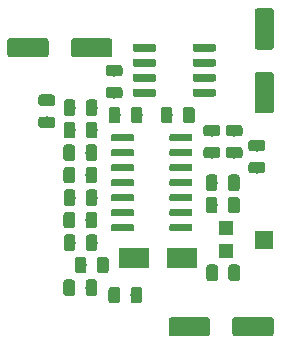
<source format=gbr>
G04 #@! TF.GenerationSoftware,KiCad,Pcbnew,5.1.2-f72e74a~84~ubuntu18.04.1*
G04 #@! TF.CreationDate,2019-05-28T19:28:17+02:00*
G04 #@! TF.ProjectId,OpenEMG2,4f70656e-454d-4473-922e-6b696361645f,rev?*
G04 #@! TF.SameCoordinates,Original*
G04 #@! TF.FileFunction,Paste,Top*
G04 #@! TF.FilePolarity,Positive*
%FSLAX46Y46*%
G04 Gerber Fmt 4.6, Leading zero omitted, Abs format (unit mm)*
G04 Created by KiCad (PCBNEW 5.1.2-f72e74a~84~ubuntu18.04.1) date 2019-05-28 19:28:17*
%MOMM*%
%LPD*%
G04 APERTURE LIST*
%ADD10C,0.100000*%
%ADD11C,0.975000*%
%ADD12R,1.500000X1.600000*%
%ADD13R,1.200000X1.200000*%
%ADD14C,0.650000*%
%ADD15C,0.600000*%
%ADD16R,2.500000X1.800000*%
%ADD17C,1.600000*%
G04 APERTURE END LIST*
D10*
G36*
X30112642Y-54546174D02*
G01*
X30136303Y-54549684D01*
X30159507Y-54555496D01*
X30182029Y-54563554D01*
X30203653Y-54573782D01*
X30224170Y-54586079D01*
X30243383Y-54600329D01*
X30261107Y-54616393D01*
X30277171Y-54634117D01*
X30291421Y-54653330D01*
X30303718Y-54673847D01*
X30313946Y-54695471D01*
X30322004Y-54717993D01*
X30327816Y-54741197D01*
X30331326Y-54764858D01*
X30332500Y-54788750D01*
X30332500Y-55701250D01*
X30331326Y-55725142D01*
X30327816Y-55748803D01*
X30322004Y-55772007D01*
X30313946Y-55794529D01*
X30303718Y-55816153D01*
X30291421Y-55836670D01*
X30277171Y-55855883D01*
X30261107Y-55873607D01*
X30243383Y-55889671D01*
X30224170Y-55903921D01*
X30203653Y-55916218D01*
X30182029Y-55926446D01*
X30159507Y-55934504D01*
X30136303Y-55940316D01*
X30112642Y-55943826D01*
X30088750Y-55945000D01*
X29601250Y-55945000D01*
X29577358Y-55943826D01*
X29553697Y-55940316D01*
X29530493Y-55934504D01*
X29507971Y-55926446D01*
X29486347Y-55916218D01*
X29465830Y-55903921D01*
X29446617Y-55889671D01*
X29428893Y-55873607D01*
X29412829Y-55855883D01*
X29398579Y-55836670D01*
X29386282Y-55816153D01*
X29376054Y-55794529D01*
X29367996Y-55772007D01*
X29362184Y-55748803D01*
X29358674Y-55725142D01*
X29357500Y-55701250D01*
X29357500Y-54788750D01*
X29358674Y-54764858D01*
X29362184Y-54741197D01*
X29367996Y-54717993D01*
X29376054Y-54695471D01*
X29386282Y-54673847D01*
X29398579Y-54653330D01*
X29412829Y-54634117D01*
X29428893Y-54616393D01*
X29446617Y-54600329D01*
X29465830Y-54586079D01*
X29486347Y-54573782D01*
X29507971Y-54563554D01*
X29530493Y-54555496D01*
X29553697Y-54549684D01*
X29577358Y-54546174D01*
X29601250Y-54545000D01*
X30088750Y-54545000D01*
X30112642Y-54546174D01*
X30112642Y-54546174D01*
G37*
D11*
X29845000Y-55245000D03*
D10*
G36*
X31987642Y-54546174D02*
G01*
X32011303Y-54549684D01*
X32034507Y-54555496D01*
X32057029Y-54563554D01*
X32078653Y-54573782D01*
X32099170Y-54586079D01*
X32118383Y-54600329D01*
X32136107Y-54616393D01*
X32152171Y-54634117D01*
X32166421Y-54653330D01*
X32178718Y-54673847D01*
X32188946Y-54695471D01*
X32197004Y-54717993D01*
X32202816Y-54741197D01*
X32206326Y-54764858D01*
X32207500Y-54788750D01*
X32207500Y-55701250D01*
X32206326Y-55725142D01*
X32202816Y-55748803D01*
X32197004Y-55772007D01*
X32188946Y-55794529D01*
X32178718Y-55816153D01*
X32166421Y-55836670D01*
X32152171Y-55855883D01*
X32136107Y-55873607D01*
X32118383Y-55889671D01*
X32099170Y-55903921D01*
X32078653Y-55916218D01*
X32057029Y-55926446D01*
X32034507Y-55934504D01*
X32011303Y-55940316D01*
X31987642Y-55943826D01*
X31963750Y-55945000D01*
X31476250Y-55945000D01*
X31452358Y-55943826D01*
X31428697Y-55940316D01*
X31405493Y-55934504D01*
X31382971Y-55926446D01*
X31361347Y-55916218D01*
X31340830Y-55903921D01*
X31321617Y-55889671D01*
X31303893Y-55873607D01*
X31287829Y-55855883D01*
X31273579Y-55836670D01*
X31261282Y-55816153D01*
X31251054Y-55794529D01*
X31242996Y-55772007D01*
X31237184Y-55748803D01*
X31233674Y-55725142D01*
X31232500Y-55701250D01*
X31232500Y-54788750D01*
X31233674Y-54764858D01*
X31237184Y-54741197D01*
X31242996Y-54717993D01*
X31251054Y-54695471D01*
X31261282Y-54673847D01*
X31273579Y-54653330D01*
X31287829Y-54634117D01*
X31303893Y-54616393D01*
X31321617Y-54600329D01*
X31340830Y-54586079D01*
X31361347Y-54573782D01*
X31382971Y-54563554D01*
X31405493Y-54555496D01*
X31428697Y-54549684D01*
X31452358Y-54546174D01*
X31476250Y-54545000D01*
X31963750Y-54545000D01*
X31987642Y-54546174D01*
X31987642Y-54546174D01*
G37*
D11*
X31720000Y-55245000D03*
D12*
X46355000Y-60690000D03*
D13*
X43105000Y-61690000D03*
X43105000Y-59690000D03*
D10*
G36*
X37035928Y-47935782D02*
G01*
X37051702Y-47938122D01*
X37067171Y-47941997D01*
X37082186Y-47947370D01*
X37096602Y-47954188D01*
X37110280Y-47962386D01*
X37123089Y-47971886D01*
X37134905Y-47982595D01*
X37145614Y-47994411D01*
X37155114Y-48007220D01*
X37163312Y-48020898D01*
X37170130Y-48035314D01*
X37175503Y-48050329D01*
X37179378Y-48065798D01*
X37181718Y-48081572D01*
X37182500Y-48097500D01*
X37182500Y-48422500D01*
X37181718Y-48438428D01*
X37179378Y-48454202D01*
X37175503Y-48469671D01*
X37170130Y-48484686D01*
X37163312Y-48499102D01*
X37155114Y-48512780D01*
X37145614Y-48525589D01*
X37134905Y-48537405D01*
X37123089Y-48548114D01*
X37110280Y-48557614D01*
X37096602Y-48565812D01*
X37082186Y-48572630D01*
X37067171Y-48578003D01*
X37051702Y-48581878D01*
X37035928Y-48584218D01*
X37020000Y-48585000D01*
X35370000Y-48585000D01*
X35354072Y-48584218D01*
X35338298Y-48581878D01*
X35322829Y-48578003D01*
X35307814Y-48572630D01*
X35293398Y-48565812D01*
X35279720Y-48557614D01*
X35266911Y-48548114D01*
X35255095Y-48537405D01*
X35244386Y-48525589D01*
X35234886Y-48512780D01*
X35226688Y-48499102D01*
X35219870Y-48484686D01*
X35214497Y-48469671D01*
X35210622Y-48454202D01*
X35208282Y-48438428D01*
X35207500Y-48422500D01*
X35207500Y-48097500D01*
X35208282Y-48081572D01*
X35210622Y-48065798D01*
X35214497Y-48050329D01*
X35219870Y-48035314D01*
X35226688Y-48020898D01*
X35234886Y-48007220D01*
X35244386Y-47994411D01*
X35255095Y-47982595D01*
X35266911Y-47971886D01*
X35279720Y-47962386D01*
X35293398Y-47954188D01*
X35307814Y-47947370D01*
X35322829Y-47941997D01*
X35338298Y-47938122D01*
X35354072Y-47935782D01*
X35370000Y-47935000D01*
X37020000Y-47935000D01*
X37035928Y-47935782D01*
X37035928Y-47935782D01*
G37*
D14*
X36195000Y-48260000D03*
D10*
G36*
X37035928Y-46665782D02*
G01*
X37051702Y-46668122D01*
X37067171Y-46671997D01*
X37082186Y-46677370D01*
X37096602Y-46684188D01*
X37110280Y-46692386D01*
X37123089Y-46701886D01*
X37134905Y-46712595D01*
X37145614Y-46724411D01*
X37155114Y-46737220D01*
X37163312Y-46750898D01*
X37170130Y-46765314D01*
X37175503Y-46780329D01*
X37179378Y-46795798D01*
X37181718Y-46811572D01*
X37182500Y-46827500D01*
X37182500Y-47152500D01*
X37181718Y-47168428D01*
X37179378Y-47184202D01*
X37175503Y-47199671D01*
X37170130Y-47214686D01*
X37163312Y-47229102D01*
X37155114Y-47242780D01*
X37145614Y-47255589D01*
X37134905Y-47267405D01*
X37123089Y-47278114D01*
X37110280Y-47287614D01*
X37096602Y-47295812D01*
X37082186Y-47302630D01*
X37067171Y-47308003D01*
X37051702Y-47311878D01*
X37035928Y-47314218D01*
X37020000Y-47315000D01*
X35370000Y-47315000D01*
X35354072Y-47314218D01*
X35338298Y-47311878D01*
X35322829Y-47308003D01*
X35307814Y-47302630D01*
X35293398Y-47295812D01*
X35279720Y-47287614D01*
X35266911Y-47278114D01*
X35255095Y-47267405D01*
X35244386Y-47255589D01*
X35234886Y-47242780D01*
X35226688Y-47229102D01*
X35219870Y-47214686D01*
X35214497Y-47199671D01*
X35210622Y-47184202D01*
X35208282Y-47168428D01*
X35207500Y-47152500D01*
X35207500Y-46827500D01*
X35208282Y-46811572D01*
X35210622Y-46795798D01*
X35214497Y-46780329D01*
X35219870Y-46765314D01*
X35226688Y-46750898D01*
X35234886Y-46737220D01*
X35244386Y-46724411D01*
X35255095Y-46712595D01*
X35266911Y-46701886D01*
X35279720Y-46692386D01*
X35293398Y-46684188D01*
X35307814Y-46677370D01*
X35322829Y-46671997D01*
X35338298Y-46668122D01*
X35354072Y-46665782D01*
X35370000Y-46665000D01*
X37020000Y-46665000D01*
X37035928Y-46665782D01*
X37035928Y-46665782D01*
G37*
D14*
X36195000Y-46990000D03*
D10*
G36*
X37035928Y-45395782D02*
G01*
X37051702Y-45398122D01*
X37067171Y-45401997D01*
X37082186Y-45407370D01*
X37096602Y-45414188D01*
X37110280Y-45422386D01*
X37123089Y-45431886D01*
X37134905Y-45442595D01*
X37145614Y-45454411D01*
X37155114Y-45467220D01*
X37163312Y-45480898D01*
X37170130Y-45495314D01*
X37175503Y-45510329D01*
X37179378Y-45525798D01*
X37181718Y-45541572D01*
X37182500Y-45557500D01*
X37182500Y-45882500D01*
X37181718Y-45898428D01*
X37179378Y-45914202D01*
X37175503Y-45929671D01*
X37170130Y-45944686D01*
X37163312Y-45959102D01*
X37155114Y-45972780D01*
X37145614Y-45985589D01*
X37134905Y-45997405D01*
X37123089Y-46008114D01*
X37110280Y-46017614D01*
X37096602Y-46025812D01*
X37082186Y-46032630D01*
X37067171Y-46038003D01*
X37051702Y-46041878D01*
X37035928Y-46044218D01*
X37020000Y-46045000D01*
X35370000Y-46045000D01*
X35354072Y-46044218D01*
X35338298Y-46041878D01*
X35322829Y-46038003D01*
X35307814Y-46032630D01*
X35293398Y-46025812D01*
X35279720Y-46017614D01*
X35266911Y-46008114D01*
X35255095Y-45997405D01*
X35244386Y-45985589D01*
X35234886Y-45972780D01*
X35226688Y-45959102D01*
X35219870Y-45944686D01*
X35214497Y-45929671D01*
X35210622Y-45914202D01*
X35208282Y-45898428D01*
X35207500Y-45882500D01*
X35207500Y-45557500D01*
X35208282Y-45541572D01*
X35210622Y-45525798D01*
X35214497Y-45510329D01*
X35219870Y-45495314D01*
X35226688Y-45480898D01*
X35234886Y-45467220D01*
X35244386Y-45454411D01*
X35255095Y-45442595D01*
X35266911Y-45431886D01*
X35279720Y-45422386D01*
X35293398Y-45414188D01*
X35307814Y-45407370D01*
X35322829Y-45401997D01*
X35338298Y-45398122D01*
X35354072Y-45395782D01*
X35370000Y-45395000D01*
X37020000Y-45395000D01*
X37035928Y-45395782D01*
X37035928Y-45395782D01*
G37*
D14*
X36195000Y-45720000D03*
D10*
G36*
X37035928Y-44125782D02*
G01*
X37051702Y-44128122D01*
X37067171Y-44131997D01*
X37082186Y-44137370D01*
X37096602Y-44144188D01*
X37110280Y-44152386D01*
X37123089Y-44161886D01*
X37134905Y-44172595D01*
X37145614Y-44184411D01*
X37155114Y-44197220D01*
X37163312Y-44210898D01*
X37170130Y-44225314D01*
X37175503Y-44240329D01*
X37179378Y-44255798D01*
X37181718Y-44271572D01*
X37182500Y-44287500D01*
X37182500Y-44612500D01*
X37181718Y-44628428D01*
X37179378Y-44644202D01*
X37175503Y-44659671D01*
X37170130Y-44674686D01*
X37163312Y-44689102D01*
X37155114Y-44702780D01*
X37145614Y-44715589D01*
X37134905Y-44727405D01*
X37123089Y-44738114D01*
X37110280Y-44747614D01*
X37096602Y-44755812D01*
X37082186Y-44762630D01*
X37067171Y-44768003D01*
X37051702Y-44771878D01*
X37035928Y-44774218D01*
X37020000Y-44775000D01*
X35370000Y-44775000D01*
X35354072Y-44774218D01*
X35338298Y-44771878D01*
X35322829Y-44768003D01*
X35307814Y-44762630D01*
X35293398Y-44755812D01*
X35279720Y-44747614D01*
X35266911Y-44738114D01*
X35255095Y-44727405D01*
X35244386Y-44715589D01*
X35234886Y-44702780D01*
X35226688Y-44689102D01*
X35219870Y-44674686D01*
X35214497Y-44659671D01*
X35210622Y-44644202D01*
X35208282Y-44628428D01*
X35207500Y-44612500D01*
X35207500Y-44287500D01*
X35208282Y-44271572D01*
X35210622Y-44255798D01*
X35214497Y-44240329D01*
X35219870Y-44225314D01*
X35226688Y-44210898D01*
X35234886Y-44197220D01*
X35244386Y-44184411D01*
X35255095Y-44172595D01*
X35266911Y-44161886D01*
X35279720Y-44152386D01*
X35293398Y-44144188D01*
X35307814Y-44137370D01*
X35322829Y-44131997D01*
X35338298Y-44128122D01*
X35354072Y-44125782D01*
X35370000Y-44125000D01*
X37020000Y-44125000D01*
X37035928Y-44125782D01*
X37035928Y-44125782D01*
G37*
D14*
X36195000Y-44450000D03*
D10*
G36*
X42110928Y-44125782D02*
G01*
X42126702Y-44128122D01*
X42142171Y-44131997D01*
X42157186Y-44137370D01*
X42171602Y-44144188D01*
X42185280Y-44152386D01*
X42198089Y-44161886D01*
X42209905Y-44172595D01*
X42220614Y-44184411D01*
X42230114Y-44197220D01*
X42238312Y-44210898D01*
X42245130Y-44225314D01*
X42250503Y-44240329D01*
X42254378Y-44255798D01*
X42256718Y-44271572D01*
X42257500Y-44287500D01*
X42257500Y-44612500D01*
X42256718Y-44628428D01*
X42254378Y-44644202D01*
X42250503Y-44659671D01*
X42245130Y-44674686D01*
X42238312Y-44689102D01*
X42230114Y-44702780D01*
X42220614Y-44715589D01*
X42209905Y-44727405D01*
X42198089Y-44738114D01*
X42185280Y-44747614D01*
X42171602Y-44755812D01*
X42157186Y-44762630D01*
X42142171Y-44768003D01*
X42126702Y-44771878D01*
X42110928Y-44774218D01*
X42095000Y-44775000D01*
X40445000Y-44775000D01*
X40429072Y-44774218D01*
X40413298Y-44771878D01*
X40397829Y-44768003D01*
X40382814Y-44762630D01*
X40368398Y-44755812D01*
X40354720Y-44747614D01*
X40341911Y-44738114D01*
X40330095Y-44727405D01*
X40319386Y-44715589D01*
X40309886Y-44702780D01*
X40301688Y-44689102D01*
X40294870Y-44674686D01*
X40289497Y-44659671D01*
X40285622Y-44644202D01*
X40283282Y-44628428D01*
X40282500Y-44612500D01*
X40282500Y-44287500D01*
X40283282Y-44271572D01*
X40285622Y-44255798D01*
X40289497Y-44240329D01*
X40294870Y-44225314D01*
X40301688Y-44210898D01*
X40309886Y-44197220D01*
X40319386Y-44184411D01*
X40330095Y-44172595D01*
X40341911Y-44161886D01*
X40354720Y-44152386D01*
X40368398Y-44144188D01*
X40382814Y-44137370D01*
X40397829Y-44131997D01*
X40413298Y-44128122D01*
X40429072Y-44125782D01*
X40445000Y-44125000D01*
X42095000Y-44125000D01*
X42110928Y-44125782D01*
X42110928Y-44125782D01*
G37*
D14*
X41270000Y-44450000D03*
D10*
G36*
X42110928Y-45395782D02*
G01*
X42126702Y-45398122D01*
X42142171Y-45401997D01*
X42157186Y-45407370D01*
X42171602Y-45414188D01*
X42185280Y-45422386D01*
X42198089Y-45431886D01*
X42209905Y-45442595D01*
X42220614Y-45454411D01*
X42230114Y-45467220D01*
X42238312Y-45480898D01*
X42245130Y-45495314D01*
X42250503Y-45510329D01*
X42254378Y-45525798D01*
X42256718Y-45541572D01*
X42257500Y-45557500D01*
X42257500Y-45882500D01*
X42256718Y-45898428D01*
X42254378Y-45914202D01*
X42250503Y-45929671D01*
X42245130Y-45944686D01*
X42238312Y-45959102D01*
X42230114Y-45972780D01*
X42220614Y-45985589D01*
X42209905Y-45997405D01*
X42198089Y-46008114D01*
X42185280Y-46017614D01*
X42171602Y-46025812D01*
X42157186Y-46032630D01*
X42142171Y-46038003D01*
X42126702Y-46041878D01*
X42110928Y-46044218D01*
X42095000Y-46045000D01*
X40445000Y-46045000D01*
X40429072Y-46044218D01*
X40413298Y-46041878D01*
X40397829Y-46038003D01*
X40382814Y-46032630D01*
X40368398Y-46025812D01*
X40354720Y-46017614D01*
X40341911Y-46008114D01*
X40330095Y-45997405D01*
X40319386Y-45985589D01*
X40309886Y-45972780D01*
X40301688Y-45959102D01*
X40294870Y-45944686D01*
X40289497Y-45929671D01*
X40285622Y-45914202D01*
X40283282Y-45898428D01*
X40282500Y-45882500D01*
X40282500Y-45557500D01*
X40283282Y-45541572D01*
X40285622Y-45525798D01*
X40289497Y-45510329D01*
X40294870Y-45495314D01*
X40301688Y-45480898D01*
X40309886Y-45467220D01*
X40319386Y-45454411D01*
X40330095Y-45442595D01*
X40341911Y-45431886D01*
X40354720Y-45422386D01*
X40368398Y-45414188D01*
X40382814Y-45407370D01*
X40397829Y-45401997D01*
X40413298Y-45398122D01*
X40429072Y-45395782D01*
X40445000Y-45395000D01*
X42095000Y-45395000D01*
X42110928Y-45395782D01*
X42110928Y-45395782D01*
G37*
D14*
X41270000Y-45720000D03*
D10*
G36*
X42110928Y-46665782D02*
G01*
X42126702Y-46668122D01*
X42142171Y-46671997D01*
X42157186Y-46677370D01*
X42171602Y-46684188D01*
X42185280Y-46692386D01*
X42198089Y-46701886D01*
X42209905Y-46712595D01*
X42220614Y-46724411D01*
X42230114Y-46737220D01*
X42238312Y-46750898D01*
X42245130Y-46765314D01*
X42250503Y-46780329D01*
X42254378Y-46795798D01*
X42256718Y-46811572D01*
X42257500Y-46827500D01*
X42257500Y-47152500D01*
X42256718Y-47168428D01*
X42254378Y-47184202D01*
X42250503Y-47199671D01*
X42245130Y-47214686D01*
X42238312Y-47229102D01*
X42230114Y-47242780D01*
X42220614Y-47255589D01*
X42209905Y-47267405D01*
X42198089Y-47278114D01*
X42185280Y-47287614D01*
X42171602Y-47295812D01*
X42157186Y-47302630D01*
X42142171Y-47308003D01*
X42126702Y-47311878D01*
X42110928Y-47314218D01*
X42095000Y-47315000D01*
X40445000Y-47315000D01*
X40429072Y-47314218D01*
X40413298Y-47311878D01*
X40397829Y-47308003D01*
X40382814Y-47302630D01*
X40368398Y-47295812D01*
X40354720Y-47287614D01*
X40341911Y-47278114D01*
X40330095Y-47267405D01*
X40319386Y-47255589D01*
X40309886Y-47242780D01*
X40301688Y-47229102D01*
X40294870Y-47214686D01*
X40289497Y-47199671D01*
X40285622Y-47184202D01*
X40283282Y-47168428D01*
X40282500Y-47152500D01*
X40282500Y-46827500D01*
X40283282Y-46811572D01*
X40285622Y-46795798D01*
X40289497Y-46780329D01*
X40294870Y-46765314D01*
X40301688Y-46750898D01*
X40309886Y-46737220D01*
X40319386Y-46724411D01*
X40330095Y-46712595D01*
X40341911Y-46701886D01*
X40354720Y-46692386D01*
X40368398Y-46684188D01*
X40382814Y-46677370D01*
X40397829Y-46671997D01*
X40413298Y-46668122D01*
X40429072Y-46665782D01*
X40445000Y-46665000D01*
X42095000Y-46665000D01*
X42110928Y-46665782D01*
X42110928Y-46665782D01*
G37*
D14*
X41270000Y-46990000D03*
D10*
G36*
X42110928Y-47935782D02*
G01*
X42126702Y-47938122D01*
X42142171Y-47941997D01*
X42157186Y-47947370D01*
X42171602Y-47954188D01*
X42185280Y-47962386D01*
X42198089Y-47971886D01*
X42209905Y-47982595D01*
X42220614Y-47994411D01*
X42230114Y-48007220D01*
X42238312Y-48020898D01*
X42245130Y-48035314D01*
X42250503Y-48050329D01*
X42254378Y-48065798D01*
X42256718Y-48081572D01*
X42257500Y-48097500D01*
X42257500Y-48422500D01*
X42256718Y-48438428D01*
X42254378Y-48454202D01*
X42250503Y-48469671D01*
X42245130Y-48484686D01*
X42238312Y-48499102D01*
X42230114Y-48512780D01*
X42220614Y-48525589D01*
X42209905Y-48537405D01*
X42198089Y-48548114D01*
X42185280Y-48557614D01*
X42171602Y-48565812D01*
X42157186Y-48572630D01*
X42142171Y-48578003D01*
X42126702Y-48581878D01*
X42110928Y-48584218D01*
X42095000Y-48585000D01*
X40445000Y-48585000D01*
X40429072Y-48584218D01*
X40413298Y-48581878D01*
X40397829Y-48578003D01*
X40382814Y-48572630D01*
X40368398Y-48565812D01*
X40354720Y-48557614D01*
X40341911Y-48548114D01*
X40330095Y-48537405D01*
X40319386Y-48525589D01*
X40309886Y-48512780D01*
X40301688Y-48499102D01*
X40294870Y-48484686D01*
X40289497Y-48469671D01*
X40285622Y-48454202D01*
X40283282Y-48438428D01*
X40282500Y-48422500D01*
X40282500Y-48097500D01*
X40283282Y-48081572D01*
X40285622Y-48065798D01*
X40289497Y-48050329D01*
X40294870Y-48035314D01*
X40301688Y-48020898D01*
X40309886Y-48007220D01*
X40319386Y-47994411D01*
X40330095Y-47982595D01*
X40341911Y-47971886D01*
X40354720Y-47962386D01*
X40368398Y-47954188D01*
X40382814Y-47947370D01*
X40397829Y-47941997D01*
X40413298Y-47938122D01*
X40429072Y-47935782D01*
X40445000Y-47935000D01*
X42095000Y-47935000D01*
X42110928Y-47935782D01*
X42110928Y-47935782D01*
G37*
D14*
X41270000Y-48260000D03*
D10*
G36*
X40144703Y-51770722D02*
G01*
X40159264Y-51772882D01*
X40173543Y-51776459D01*
X40187403Y-51781418D01*
X40200710Y-51787712D01*
X40213336Y-51795280D01*
X40225159Y-51804048D01*
X40236066Y-51813934D01*
X40245952Y-51824841D01*
X40254720Y-51836664D01*
X40262288Y-51849290D01*
X40268582Y-51862597D01*
X40273541Y-51876457D01*
X40277118Y-51890736D01*
X40279278Y-51905297D01*
X40280000Y-51920000D01*
X40280000Y-52220000D01*
X40279278Y-52234703D01*
X40277118Y-52249264D01*
X40273541Y-52263543D01*
X40268582Y-52277403D01*
X40262288Y-52290710D01*
X40254720Y-52303336D01*
X40245952Y-52315159D01*
X40236066Y-52326066D01*
X40225159Y-52335952D01*
X40213336Y-52344720D01*
X40200710Y-52352288D01*
X40187403Y-52358582D01*
X40173543Y-52363541D01*
X40159264Y-52367118D01*
X40144703Y-52369278D01*
X40130000Y-52370000D01*
X38480000Y-52370000D01*
X38465297Y-52369278D01*
X38450736Y-52367118D01*
X38436457Y-52363541D01*
X38422597Y-52358582D01*
X38409290Y-52352288D01*
X38396664Y-52344720D01*
X38384841Y-52335952D01*
X38373934Y-52326066D01*
X38364048Y-52315159D01*
X38355280Y-52303336D01*
X38347712Y-52290710D01*
X38341418Y-52277403D01*
X38336459Y-52263543D01*
X38332882Y-52249264D01*
X38330722Y-52234703D01*
X38330000Y-52220000D01*
X38330000Y-51920000D01*
X38330722Y-51905297D01*
X38332882Y-51890736D01*
X38336459Y-51876457D01*
X38341418Y-51862597D01*
X38347712Y-51849290D01*
X38355280Y-51836664D01*
X38364048Y-51824841D01*
X38373934Y-51813934D01*
X38384841Y-51804048D01*
X38396664Y-51795280D01*
X38409290Y-51787712D01*
X38422597Y-51781418D01*
X38436457Y-51776459D01*
X38450736Y-51772882D01*
X38465297Y-51770722D01*
X38480000Y-51770000D01*
X40130000Y-51770000D01*
X40144703Y-51770722D01*
X40144703Y-51770722D01*
G37*
D15*
X39305000Y-52070000D03*
D10*
G36*
X40144703Y-53040722D02*
G01*
X40159264Y-53042882D01*
X40173543Y-53046459D01*
X40187403Y-53051418D01*
X40200710Y-53057712D01*
X40213336Y-53065280D01*
X40225159Y-53074048D01*
X40236066Y-53083934D01*
X40245952Y-53094841D01*
X40254720Y-53106664D01*
X40262288Y-53119290D01*
X40268582Y-53132597D01*
X40273541Y-53146457D01*
X40277118Y-53160736D01*
X40279278Y-53175297D01*
X40280000Y-53190000D01*
X40280000Y-53490000D01*
X40279278Y-53504703D01*
X40277118Y-53519264D01*
X40273541Y-53533543D01*
X40268582Y-53547403D01*
X40262288Y-53560710D01*
X40254720Y-53573336D01*
X40245952Y-53585159D01*
X40236066Y-53596066D01*
X40225159Y-53605952D01*
X40213336Y-53614720D01*
X40200710Y-53622288D01*
X40187403Y-53628582D01*
X40173543Y-53633541D01*
X40159264Y-53637118D01*
X40144703Y-53639278D01*
X40130000Y-53640000D01*
X38480000Y-53640000D01*
X38465297Y-53639278D01*
X38450736Y-53637118D01*
X38436457Y-53633541D01*
X38422597Y-53628582D01*
X38409290Y-53622288D01*
X38396664Y-53614720D01*
X38384841Y-53605952D01*
X38373934Y-53596066D01*
X38364048Y-53585159D01*
X38355280Y-53573336D01*
X38347712Y-53560710D01*
X38341418Y-53547403D01*
X38336459Y-53533543D01*
X38332882Y-53519264D01*
X38330722Y-53504703D01*
X38330000Y-53490000D01*
X38330000Y-53190000D01*
X38330722Y-53175297D01*
X38332882Y-53160736D01*
X38336459Y-53146457D01*
X38341418Y-53132597D01*
X38347712Y-53119290D01*
X38355280Y-53106664D01*
X38364048Y-53094841D01*
X38373934Y-53083934D01*
X38384841Y-53074048D01*
X38396664Y-53065280D01*
X38409290Y-53057712D01*
X38422597Y-53051418D01*
X38436457Y-53046459D01*
X38450736Y-53042882D01*
X38465297Y-53040722D01*
X38480000Y-53040000D01*
X40130000Y-53040000D01*
X40144703Y-53040722D01*
X40144703Y-53040722D01*
G37*
D15*
X39305000Y-53340000D03*
D10*
G36*
X40144703Y-54310722D02*
G01*
X40159264Y-54312882D01*
X40173543Y-54316459D01*
X40187403Y-54321418D01*
X40200710Y-54327712D01*
X40213336Y-54335280D01*
X40225159Y-54344048D01*
X40236066Y-54353934D01*
X40245952Y-54364841D01*
X40254720Y-54376664D01*
X40262288Y-54389290D01*
X40268582Y-54402597D01*
X40273541Y-54416457D01*
X40277118Y-54430736D01*
X40279278Y-54445297D01*
X40280000Y-54460000D01*
X40280000Y-54760000D01*
X40279278Y-54774703D01*
X40277118Y-54789264D01*
X40273541Y-54803543D01*
X40268582Y-54817403D01*
X40262288Y-54830710D01*
X40254720Y-54843336D01*
X40245952Y-54855159D01*
X40236066Y-54866066D01*
X40225159Y-54875952D01*
X40213336Y-54884720D01*
X40200710Y-54892288D01*
X40187403Y-54898582D01*
X40173543Y-54903541D01*
X40159264Y-54907118D01*
X40144703Y-54909278D01*
X40130000Y-54910000D01*
X38480000Y-54910000D01*
X38465297Y-54909278D01*
X38450736Y-54907118D01*
X38436457Y-54903541D01*
X38422597Y-54898582D01*
X38409290Y-54892288D01*
X38396664Y-54884720D01*
X38384841Y-54875952D01*
X38373934Y-54866066D01*
X38364048Y-54855159D01*
X38355280Y-54843336D01*
X38347712Y-54830710D01*
X38341418Y-54817403D01*
X38336459Y-54803543D01*
X38332882Y-54789264D01*
X38330722Y-54774703D01*
X38330000Y-54760000D01*
X38330000Y-54460000D01*
X38330722Y-54445297D01*
X38332882Y-54430736D01*
X38336459Y-54416457D01*
X38341418Y-54402597D01*
X38347712Y-54389290D01*
X38355280Y-54376664D01*
X38364048Y-54364841D01*
X38373934Y-54353934D01*
X38384841Y-54344048D01*
X38396664Y-54335280D01*
X38409290Y-54327712D01*
X38422597Y-54321418D01*
X38436457Y-54316459D01*
X38450736Y-54312882D01*
X38465297Y-54310722D01*
X38480000Y-54310000D01*
X40130000Y-54310000D01*
X40144703Y-54310722D01*
X40144703Y-54310722D01*
G37*
D15*
X39305000Y-54610000D03*
D10*
G36*
X40144703Y-55580722D02*
G01*
X40159264Y-55582882D01*
X40173543Y-55586459D01*
X40187403Y-55591418D01*
X40200710Y-55597712D01*
X40213336Y-55605280D01*
X40225159Y-55614048D01*
X40236066Y-55623934D01*
X40245952Y-55634841D01*
X40254720Y-55646664D01*
X40262288Y-55659290D01*
X40268582Y-55672597D01*
X40273541Y-55686457D01*
X40277118Y-55700736D01*
X40279278Y-55715297D01*
X40280000Y-55730000D01*
X40280000Y-56030000D01*
X40279278Y-56044703D01*
X40277118Y-56059264D01*
X40273541Y-56073543D01*
X40268582Y-56087403D01*
X40262288Y-56100710D01*
X40254720Y-56113336D01*
X40245952Y-56125159D01*
X40236066Y-56136066D01*
X40225159Y-56145952D01*
X40213336Y-56154720D01*
X40200710Y-56162288D01*
X40187403Y-56168582D01*
X40173543Y-56173541D01*
X40159264Y-56177118D01*
X40144703Y-56179278D01*
X40130000Y-56180000D01*
X38480000Y-56180000D01*
X38465297Y-56179278D01*
X38450736Y-56177118D01*
X38436457Y-56173541D01*
X38422597Y-56168582D01*
X38409290Y-56162288D01*
X38396664Y-56154720D01*
X38384841Y-56145952D01*
X38373934Y-56136066D01*
X38364048Y-56125159D01*
X38355280Y-56113336D01*
X38347712Y-56100710D01*
X38341418Y-56087403D01*
X38336459Y-56073543D01*
X38332882Y-56059264D01*
X38330722Y-56044703D01*
X38330000Y-56030000D01*
X38330000Y-55730000D01*
X38330722Y-55715297D01*
X38332882Y-55700736D01*
X38336459Y-55686457D01*
X38341418Y-55672597D01*
X38347712Y-55659290D01*
X38355280Y-55646664D01*
X38364048Y-55634841D01*
X38373934Y-55623934D01*
X38384841Y-55614048D01*
X38396664Y-55605280D01*
X38409290Y-55597712D01*
X38422597Y-55591418D01*
X38436457Y-55586459D01*
X38450736Y-55582882D01*
X38465297Y-55580722D01*
X38480000Y-55580000D01*
X40130000Y-55580000D01*
X40144703Y-55580722D01*
X40144703Y-55580722D01*
G37*
D15*
X39305000Y-55880000D03*
D10*
G36*
X40144703Y-56850722D02*
G01*
X40159264Y-56852882D01*
X40173543Y-56856459D01*
X40187403Y-56861418D01*
X40200710Y-56867712D01*
X40213336Y-56875280D01*
X40225159Y-56884048D01*
X40236066Y-56893934D01*
X40245952Y-56904841D01*
X40254720Y-56916664D01*
X40262288Y-56929290D01*
X40268582Y-56942597D01*
X40273541Y-56956457D01*
X40277118Y-56970736D01*
X40279278Y-56985297D01*
X40280000Y-57000000D01*
X40280000Y-57300000D01*
X40279278Y-57314703D01*
X40277118Y-57329264D01*
X40273541Y-57343543D01*
X40268582Y-57357403D01*
X40262288Y-57370710D01*
X40254720Y-57383336D01*
X40245952Y-57395159D01*
X40236066Y-57406066D01*
X40225159Y-57415952D01*
X40213336Y-57424720D01*
X40200710Y-57432288D01*
X40187403Y-57438582D01*
X40173543Y-57443541D01*
X40159264Y-57447118D01*
X40144703Y-57449278D01*
X40130000Y-57450000D01*
X38480000Y-57450000D01*
X38465297Y-57449278D01*
X38450736Y-57447118D01*
X38436457Y-57443541D01*
X38422597Y-57438582D01*
X38409290Y-57432288D01*
X38396664Y-57424720D01*
X38384841Y-57415952D01*
X38373934Y-57406066D01*
X38364048Y-57395159D01*
X38355280Y-57383336D01*
X38347712Y-57370710D01*
X38341418Y-57357403D01*
X38336459Y-57343543D01*
X38332882Y-57329264D01*
X38330722Y-57314703D01*
X38330000Y-57300000D01*
X38330000Y-57000000D01*
X38330722Y-56985297D01*
X38332882Y-56970736D01*
X38336459Y-56956457D01*
X38341418Y-56942597D01*
X38347712Y-56929290D01*
X38355280Y-56916664D01*
X38364048Y-56904841D01*
X38373934Y-56893934D01*
X38384841Y-56884048D01*
X38396664Y-56875280D01*
X38409290Y-56867712D01*
X38422597Y-56861418D01*
X38436457Y-56856459D01*
X38450736Y-56852882D01*
X38465297Y-56850722D01*
X38480000Y-56850000D01*
X40130000Y-56850000D01*
X40144703Y-56850722D01*
X40144703Y-56850722D01*
G37*
D15*
X39305000Y-57150000D03*
D10*
G36*
X40144703Y-58120722D02*
G01*
X40159264Y-58122882D01*
X40173543Y-58126459D01*
X40187403Y-58131418D01*
X40200710Y-58137712D01*
X40213336Y-58145280D01*
X40225159Y-58154048D01*
X40236066Y-58163934D01*
X40245952Y-58174841D01*
X40254720Y-58186664D01*
X40262288Y-58199290D01*
X40268582Y-58212597D01*
X40273541Y-58226457D01*
X40277118Y-58240736D01*
X40279278Y-58255297D01*
X40280000Y-58270000D01*
X40280000Y-58570000D01*
X40279278Y-58584703D01*
X40277118Y-58599264D01*
X40273541Y-58613543D01*
X40268582Y-58627403D01*
X40262288Y-58640710D01*
X40254720Y-58653336D01*
X40245952Y-58665159D01*
X40236066Y-58676066D01*
X40225159Y-58685952D01*
X40213336Y-58694720D01*
X40200710Y-58702288D01*
X40187403Y-58708582D01*
X40173543Y-58713541D01*
X40159264Y-58717118D01*
X40144703Y-58719278D01*
X40130000Y-58720000D01*
X38480000Y-58720000D01*
X38465297Y-58719278D01*
X38450736Y-58717118D01*
X38436457Y-58713541D01*
X38422597Y-58708582D01*
X38409290Y-58702288D01*
X38396664Y-58694720D01*
X38384841Y-58685952D01*
X38373934Y-58676066D01*
X38364048Y-58665159D01*
X38355280Y-58653336D01*
X38347712Y-58640710D01*
X38341418Y-58627403D01*
X38336459Y-58613543D01*
X38332882Y-58599264D01*
X38330722Y-58584703D01*
X38330000Y-58570000D01*
X38330000Y-58270000D01*
X38330722Y-58255297D01*
X38332882Y-58240736D01*
X38336459Y-58226457D01*
X38341418Y-58212597D01*
X38347712Y-58199290D01*
X38355280Y-58186664D01*
X38364048Y-58174841D01*
X38373934Y-58163934D01*
X38384841Y-58154048D01*
X38396664Y-58145280D01*
X38409290Y-58137712D01*
X38422597Y-58131418D01*
X38436457Y-58126459D01*
X38450736Y-58122882D01*
X38465297Y-58120722D01*
X38480000Y-58120000D01*
X40130000Y-58120000D01*
X40144703Y-58120722D01*
X40144703Y-58120722D01*
G37*
D15*
X39305000Y-58420000D03*
D10*
G36*
X40144703Y-59390722D02*
G01*
X40159264Y-59392882D01*
X40173543Y-59396459D01*
X40187403Y-59401418D01*
X40200710Y-59407712D01*
X40213336Y-59415280D01*
X40225159Y-59424048D01*
X40236066Y-59433934D01*
X40245952Y-59444841D01*
X40254720Y-59456664D01*
X40262288Y-59469290D01*
X40268582Y-59482597D01*
X40273541Y-59496457D01*
X40277118Y-59510736D01*
X40279278Y-59525297D01*
X40280000Y-59540000D01*
X40280000Y-59840000D01*
X40279278Y-59854703D01*
X40277118Y-59869264D01*
X40273541Y-59883543D01*
X40268582Y-59897403D01*
X40262288Y-59910710D01*
X40254720Y-59923336D01*
X40245952Y-59935159D01*
X40236066Y-59946066D01*
X40225159Y-59955952D01*
X40213336Y-59964720D01*
X40200710Y-59972288D01*
X40187403Y-59978582D01*
X40173543Y-59983541D01*
X40159264Y-59987118D01*
X40144703Y-59989278D01*
X40130000Y-59990000D01*
X38480000Y-59990000D01*
X38465297Y-59989278D01*
X38450736Y-59987118D01*
X38436457Y-59983541D01*
X38422597Y-59978582D01*
X38409290Y-59972288D01*
X38396664Y-59964720D01*
X38384841Y-59955952D01*
X38373934Y-59946066D01*
X38364048Y-59935159D01*
X38355280Y-59923336D01*
X38347712Y-59910710D01*
X38341418Y-59897403D01*
X38336459Y-59883543D01*
X38332882Y-59869264D01*
X38330722Y-59854703D01*
X38330000Y-59840000D01*
X38330000Y-59540000D01*
X38330722Y-59525297D01*
X38332882Y-59510736D01*
X38336459Y-59496457D01*
X38341418Y-59482597D01*
X38347712Y-59469290D01*
X38355280Y-59456664D01*
X38364048Y-59444841D01*
X38373934Y-59433934D01*
X38384841Y-59424048D01*
X38396664Y-59415280D01*
X38409290Y-59407712D01*
X38422597Y-59401418D01*
X38436457Y-59396459D01*
X38450736Y-59392882D01*
X38465297Y-59390722D01*
X38480000Y-59390000D01*
X40130000Y-59390000D01*
X40144703Y-59390722D01*
X40144703Y-59390722D01*
G37*
D15*
X39305000Y-59690000D03*
D10*
G36*
X35194703Y-59390722D02*
G01*
X35209264Y-59392882D01*
X35223543Y-59396459D01*
X35237403Y-59401418D01*
X35250710Y-59407712D01*
X35263336Y-59415280D01*
X35275159Y-59424048D01*
X35286066Y-59433934D01*
X35295952Y-59444841D01*
X35304720Y-59456664D01*
X35312288Y-59469290D01*
X35318582Y-59482597D01*
X35323541Y-59496457D01*
X35327118Y-59510736D01*
X35329278Y-59525297D01*
X35330000Y-59540000D01*
X35330000Y-59840000D01*
X35329278Y-59854703D01*
X35327118Y-59869264D01*
X35323541Y-59883543D01*
X35318582Y-59897403D01*
X35312288Y-59910710D01*
X35304720Y-59923336D01*
X35295952Y-59935159D01*
X35286066Y-59946066D01*
X35275159Y-59955952D01*
X35263336Y-59964720D01*
X35250710Y-59972288D01*
X35237403Y-59978582D01*
X35223543Y-59983541D01*
X35209264Y-59987118D01*
X35194703Y-59989278D01*
X35180000Y-59990000D01*
X33530000Y-59990000D01*
X33515297Y-59989278D01*
X33500736Y-59987118D01*
X33486457Y-59983541D01*
X33472597Y-59978582D01*
X33459290Y-59972288D01*
X33446664Y-59964720D01*
X33434841Y-59955952D01*
X33423934Y-59946066D01*
X33414048Y-59935159D01*
X33405280Y-59923336D01*
X33397712Y-59910710D01*
X33391418Y-59897403D01*
X33386459Y-59883543D01*
X33382882Y-59869264D01*
X33380722Y-59854703D01*
X33380000Y-59840000D01*
X33380000Y-59540000D01*
X33380722Y-59525297D01*
X33382882Y-59510736D01*
X33386459Y-59496457D01*
X33391418Y-59482597D01*
X33397712Y-59469290D01*
X33405280Y-59456664D01*
X33414048Y-59444841D01*
X33423934Y-59433934D01*
X33434841Y-59424048D01*
X33446664Y-59415280D01*
X33459290Y-59407712D01*
X33472597Y-59401418D01*
X33486457Y-59396459D01*
X33500736Y-59392882D01*
X33515297Y-59390722D01*
X33530000Y-59390000D01*
X35180000Y-59390000D01*
X35194703Y-59390722D01*
X35194703Y-59390722D01*
G37*
D15*
X34355000Y-59690000D03*
D10*
G36*
X35194703Y-58120722D02*
G01*
X35209264Y-58122882D01*
X35223543Y-58126459D01*
X35237403Y-58131418D01*
X35250710Y-58137712D01*
X35263336Y-58145280D01*
X35275159Y-58154048D01*
X35286066Y-58163934D01*
X35295952Y-58174841D01*
X35304720Y-58186664D01*
X35312288Y-58199290D01*
X35318582Y-58212597D01*
X35323541Y-58226457D01*
X35327118Y-58240736D01*
X35329278Y-58255297D01*
X35330000Y-58270000D01*
X35330000Y-58570000D01*
X35329278Y-58584703D01*
X35327118Y-58599264D01*
X35323541Y-58613543D01*
X35318582Y-58627403D01*
X35312288Y-58640710D01*
X35304720Y-58653336D01*
X35295952Y-58665159D01*
X35286066Y-58676066D01*
X35275159Y-58685952D01*
X35263336Y-58694720D01*
X35250710Y-58702288D01*
X35237403Y-58708582D01*
X35223543Y-58713541D01*
X35209264Y-58717118D01*
X35194703Y-58719278D01*
X35180000Y-58720000D01*
X33530000Y-58720000D01*
X33515297Y-58719278D01*
X33500736Y-58717118D01*
X33486457Y-58713541D01*
X33472597Y-58708582D01*
X33459290Y-58702288D01*
X33446664Y-58694720D01*
X33434841Y-58685952D01*
X33423934Y-58676066D01*
X33414048Y-58665159D01*
X33405280Y-58653336D01*
X33397712Y-58640710D01*
X33391418Y-58627403D01*
X33386459Y-58613543D01*
X33382882Y-58599264D01*
X33380722Y-58584703D01*
X33380000Y-58570000D01*
X33380000Y-58270000D01*
X33380722Y-58255297D01*
X33382882Y-58240736D01*
X33386459Y-58226457D01*
X33391418Y-58212597D01*
X33397712Y-58199290D01*
X33405280Y-58186664D01*
X33414048Y-58174841D01*
X33423934Y-58163934D01*
X33434841Y-58154048D01*
X33446664Y-58145280D01*
X33459290Y-58137712D01*
X33472597Y-58131418D01*
X33486457Y-58126459D01*
X33500736Y-58122882D01*
X33515297Y-58120722D01*
X33530000Y-58120000D01*
X35180000Y-58120000D01*
X35194703Y-58120722D01*
X35194703Y-58120722D01*
G37*
D15*
X34355000Y-58420000D03*
D10*
G36*
X35194703Y-56850722D02*
G01*
X35209264Y-56852882D01*
X35223543Y-56856459D01*
X35237403Y-56861418D01*
X35250710Y-56867712D01*
X35263336Y-56875280D01*
X35275159Y-56884048D01*
X35286066Y-56893934D01*
X35295952Y-56904841D01*
X35304720Y-56916664D01*
X35312288Y-56929290D01*
X35318582Y-56942597D01*
X35323541Y-56956457D01*
X35327118Y-56970736D01*
X35329278Y-56985297D01*
X35330000Y-57000000D01*
X35330000Y-57300000D01*
X35329278Y-57314703D01*
X35327118Y-57329264D01*
X35323541Y-57343543D01*
X35318582Y-57357403D01*
X35312288Y-57370710D01*
X35304720Y-57383336D01*
X35295952Y-57395159D01*
X35286066Y-57406066D01*
X35275159Y-57415952D01*
X35263336Y-57424720D01*
X35250710Y-57432288D01*
X35237403Y-57438582D01*
X35223543Y-57443541D01*
X35209264Y-57447118D01*
X35194703Y-57449278D01*
X35180000Y-57450000D01*
X33530000Y-57450000D01*
X33515297Y-57449278D01*
X33500736Y-57447118D01*
X33486457Y-57443541D01*
X33472597Y-57438582D01*
X33459290Y-57432288D01*
X33446664Y-57424720D01*
X33434841Y-57415952D01*
X33423934Y-57406066D01*
X33414048Y-57395159D01*
X33405280Y-57383336D01*
X33397712Y-57370710D01*
X33391418Y-57357403D01*
X33386459Y-57343543D01*
X33382882Y-57329264D01*
X33380722Y-57314703D01*
X33380000Y-57300000D01*
X33380000Y-57000000D01*
X33380722Y-56985297D01*
X33382882Y-56970736D01*
X33386459Y-56956457D01*
X33391418Y-56942597D01*
X33397712Y-56929290D01*
X33405280Y-56916664D01*
X33414048Y-56904841D01*
X33423934Y-56893934D01*
X33434841Y-56884048D01*
X33446664Y-56875280D01*
X33459290Y-56867712D01*
X33472597Y-56861418D01*
X33486457Y-56856459D01*
X33500736Y-56852882D01*
X33515297Y-56850722D01*
X33530000Y-56850000D01*
X35180000Y-56850000D01*
X35194703Y-56850722D01*
X35194703Y-56850722D01*
G37*
D15*
X34355000Y-57150000D03*
D10*
G36*
X35194703Y-55580722D02*
G01*
X35209264Y-55582882D01*
X35223543Y-55586459D01*
X35237403Y-55591418D01*
X35250710Y-55597712D01*
X35263336Y-55605280D01*
X35275159Y-55614048D01*
X35286066Y-55623934D01*
X35295952Y-55634841D01*
X35304720Y-55646664D01*
X35312288Y-55659290D01*
X35318582Y-55672597D01*
X35323541Y-55686457D01*
X35327118Y-55700736D01*
X35329278Y-55715297D01*
X35330000Y-55730000D01*
X35330000Y-56030000D01*
X35329278Y-56044703D01*
X35327118Y-56059264D01*
X35323541Y-56073543D01*
X35318582Y-56087403D01*
X35312288Y-56100710D01*
X35304720Y-56113336D01*
X35295952Y-56125159D01*
X35286066Y-56136066D01*
X35275159Y-56145952D01*
X35263336Y-56154720D01*
X35250710Y-56162288D01*
X35237403Y-56168582D01*
X35223543Y-56173541D01*
X35209264Y-56177118D01*
X35194703Y-56179278D01*
X35180000Y-56180000D01*
X33530000Y-56180000D01*
X33515297Y-56179278D01*
X33500736Y-56177118D01*
X33486457Y-56173541D01*
X33472597Y-56168582D01*
X33459290Y-56162288D01*
X33446664Y-56154720D01*
X33434841Y-56145952D01*
X33423934Y-56136066D01*
X33414048Y-56125159D01*
X33405280Y-56113336D01*
X33397712Y-56100710D01*
X33391418Y-56087403D01*
X33386459Y-56073543D01*
X33382882Y-56059264D01*
X33380722Y-56044703D01*
X33380000Y-56030000D01*
X33380000Y-55730000D01*
X33380722Y-55715297D01*
X33382882Y-55700736D01*
X33386459Y-55686457D01*
X33391418Y-55672597D01*
X33397712Y-55659290D01*
X33405280Y-55646664D01*
X33414048Y-55634841D01*
X33423934Y-55623934D01*
X33434841Y-55614048D01*
X33446664Y-55605280D01*
X33459290Y-55597712D01*
X33472597Y-55591418D01*
X33486457Y-55586459D01*
X33500736Y-55582882D01*
X33515297Y-55580722D01*
X33530000Y-55580000D01*
X35180000Y-55580000D01*
X35194703Y-55580722D01*
X35194703Y-55580722D01*
G37*
D15*
X34355000Y-55880000D03*
D10*
G36*
X35194703Y-54310722D02*
G01*
X35209264Y-54312882D01*
X35223543Y-54316459D01*
X35237403Y-54321418D01*
X35250710Y-54327712D01*
X35263336Y-54335280D01*
X35275159Y-54344048D01*
X35286066Y-54353934D01*
X35295952Y-54364841D01*
X35304720Y-54376664D01*
X35312288Y-54389290D01*
X35318582Y-54402597D01*
X35323541Y-54416457D01*
X35327118Y-54430736D01*
X35329278Y-54445297D01*
X35330000Y-54460000D01*
X35330000Y-54760000D01*
X35329278Y-54774703D01*
X35327118Y-54789264D01*
X35323541Y-54803543D01*
X35318582Y-54817403D01*
X35312288Y-54830710D01*
X35304720Y-54843336D01*
X35295952Y-54855159D01*
X35286066Y-54866066D01*
X35275159Y-54875952D01*
X35263336Y-54884720D01*
X35250710Y-54892288D01*
X35237403Y-54898582D01*
X35223543Y-54903541D01*
X35209264Y-54907118D01*
X35194703Y-54909278D01*
X35180000Y-54910000D01*
X33530000Y-54910000D01*
X33515297Y-54909278D01*
X33500736Y-54907118D01*
X33486457Y-54903541D01*
X33472597Y-54898582D01*
X33459290Y-54892288D01*
X33446664Y-54884720D01*
X33434841Y-54875952D01*
X33423934Y-54866066D01*
X33414048Y-54855159D01*
X33405280Y-54843336D01*
X33397712Y-54830710D01*
X33391418Y-54817403D01*
X33386459Y-54803543D01*
X33382882Y-54789264D01*
X33380722Y-54774703D01*
X33380000Y-54760000D01*
X33380000Y-54460000D01*
X33380722Y-54445297D01*
X33382882Y-54430736D01*
X33386459Y-54416457D01*
X33391418Y-54402597D01*
X33397712Y-54389290D01*
X33405280Y-54376664D01*
X33414048Y-54364841D01*
X33423934Y-54353934D01*
X33434841Y-54344048D01*
X33446664Y-54335280D01*
X33459290Y-54327712D01*
X33472597Y-54321418D01*
X33486457Y-54316459D01*
X33500736Y-54312882D01*
X33515297Y-54310722D01*
X33530000Y-54310000D01*
X35180000Y-54310000D01*
X35194703Y-54310722D01*
X35194703Y-54310722D01*
G37*
D15*
X34355000Y-54610000D03*
D10*
G36*
X35194703Y-53040722D02*
G01*
X35209264Y-53042882D01*
X35223543Y-53046459D01*
X35237403Y-53051418D01*
X35250710Y-53057712D01*
X35263336Y-53065280D01*
X35275159Y-53074048D01*
X35286066Y-53083934D01*
X35295952Y-53094841D01*
X35304720Y-53106664D01*
X35312288Y-53119290D01*
X35318582Y-53132597D01*
X35323541Y-53146457D01*
X35327118Y-53160736D01*
X35329278Y-53175297D01*
X35330000Y-53190000D01*
X35330000Y-53490000D01*
X35329278Y-53504703D01*
X35327118Y-53519264D01*
X35323541Y-53533543D01*
X35318582Y-53547403D01*
X35312288Y-53560710D01*
X35304720Y-53573336D01*
X35295952Y-53585159D01*
X35286066Y-53596066D01*
X35275159Y-53605952D01*
X35263336Y-53614720D01*
X35250710Y-53622288D01*
X35237403Y-53628582D01*
X35223543Y-53633541D01*
X35209264Y-53637118D01*
X35194703Y-53639278D01*
X35180000Y-53640000D01*
X33530000Y-53640000D01*
X33515297Y-53639278D01*
X33500736Y-53637118D01*
X33486457Y-53633541D01*
X33472597Y-53628582D01*
X33459290Y-53622288D01*
X33446664Y-53614720D01*
X33434841Y-53605952D01*
X33423934Y-53596066D01*
X33414048Y-53585159D01*
X33405280Y-53573336D01*
X33397712Y-53560710D01*
X33391418Y-53547403D01*
X33386459Y-53533543D01*
X33382882Y-53519264D01*
X33380722Y-53504703D01*
X33380000Y-53490000D01*
X33380000Y-53190000D01*
X33380722Y-53175297D01*
X33382882Y-53160736D01*
X33386459Y-53146457D01*
X33391418Y-53132597D01*
X33397712Y-53119290D01*
X33405280Y-53106664D01*
X33414048Y-53094841D01*
X33423934Y-53083934D01*
X33434841Y-53074048D01*
X33446664Y-53065280D01*
X33459290Y-53057712D01*
X33472597Y-53051418D01*
X33486457Y-53046459D01*
X33500736Y-53042882D01*
X33515297Y-53040722D01*
X33530000Y-53040000D01*
X35180000Y-53040000D01*
X35194703Y-53040722D01*
X35194703Y-53040722D01*
G37*
D15*
X34355000Y-53340000D03*
D10*
G36*
X35194703Y-51770722D02*
G01*
X35209264Y-51772882D01*
X35223543Y-51776459D01*
X35237403Y-51781418D01*
X35250710Y-51787712D01*
X35263336Y-51795280D01*
X35275159Y-51804048D01*
X35286066Y-51813934D01*
X35295952Y-51824841D01*
X35304720Y-51836664D01*
X35312288Y-51849290D01*
X35318582Y-51862597D01*
X35323541Y-51876457D01*
X35327118Y-51890736D01*
X35329278Y-51905297D01*
X35330000Y-51920000D01*
X35330000Y-52220000D01*
X35329278Y-52234703D01*
X35327118Y-52249264D01*
X35323541Y-52263543D01*
X35318582Y-52277403D01*
X35312288Y-52290710D01*
X35304720Y-52303336D01*
X35295952Y-52315159D01*
X35286066Y-52326066D01*
X35275159Y-52335952D01*
X35263336Y-52344720D01*
X35250710Y-52352288D01*
X35237403Y-52358582D01*
X35223543Y-52363541D01*
X35209264Y-52367118D01*
X35194703Y-52369278D01*
X35180000Y-52370000D01*
X33530000Y-52370000D01*
X33515297Y-52369278D01*
X33500736Y-52367118D01*
X33486457Y-52363541D01*
X33472597Y-52358582D01*
X33459290Y-52352288D01*
X33446664Y-52344720D01*
X33434841Y-52335952D01*
X33423934Y-52326066D01*
X33414048Y-52315159D01*
X33405280Y-52303336D01*
X33397712Y-52290710D01*
X33391418Y-52277403D01*
X33386459Y-52263543D01*
X33382882Y-52249264D01*
X33380722Y-52234703D01*
X33380000Y-52220000D01*
X33380000Y-51920000D01*
X33380722Y-51905297D01*
X33382882Y-51890736D01*
X33386459Y-51876457D01*
X33391418Y-51862597D01*
X33397712Y-51849290D01*
X33405280Y-51836664D01*
X33414048Y-51824841D01*
X33423934Y-51813934D01*
X33434841Y-51804048D01*
X33446664Y-51795280D01*
X33459290Y-51787712D01*
X33472597Y-51781418D01*
X33486457Y-51776459D01*
X33500736Y-51772882D01*
X33515297Y-51770722D01*
X33530000Y-51770000D01*
X35180000Y-51770000D01*
X35194703Y-51770722D01*
X35194703Y-51770722D01*
G37*
D15*
X34355000Y-52070000D03*
D10*
G36*
X35797642Y-64706174D02*
G01*
X35821303Y-64709684D01*
X35844507Y-64715496D01*
X35867029Y-64723554D01*
X35888653Y-64733782D01*
X35909170Y-64746079D01*
X35928383Y-64760329D01*
X35946107Y-64776393D01*
X35962171Y-64794117D01*
X35976421Y-64813330D01*
X35988718Y-64833847D01*
X35998946Y-64855471D01*
X36007004Y-64877993D01*
X36012816Y-64901197D01*
X36016326Y-64924858D01*
X36017500Y-64948750D01*
X36017500Y-65861250D01*
X36016326Y-65885142D01*
X36012816Y-65908803D01*
X36007004Y-65932007D01*
X35998946Y-65954529D01*
X35988718Y-65976153D01*
X35976421Y-65996670D01*
X35962171Y-66015883D01*
X35946107Y-66033607D01*
X35928383Y-66049671D01*
X35909170Y-66063921D01*
X35888653Y-66076218D01*
X35867029Y-66086446D01*
X35844507Y-66094504D01*
X35821303Y-66100316D01*
X35797642Y-66103826D01*
X35773750Y-66105000D01*
X35286250Y-66105000D01*
X35262358Y-66103826D01*
X35238697Y-66100316D01*
X35215493Y-66094504D01*
X35192971Y-66086446D01*
X35171347Y-66076218D01*
X35150830Y-66063921D01*
X35131617Y-66049671D01*
X35113893Y-66033607D01*
X35097829Y-66015883D01*
X35083579Y-65996670D01*
X35071282Y-65976153D01*
X35061054Y-65954529D01*
X35052996Y-65932007D01*
X35047184Y-65908803D01*
X35043674Y-65885142D01*
X35042500Y-65861250D01*
X35042500Y-64948750D01*
X35043674Y-64924858D01*
X35047184Y-64901197D01*
X35052996Y-64877993D01*
X35061054Y-64855471D01*
X35071282Y-64833847D01*
X35083579Y-64813330D01*
X35097829Y-64794117D01*
X35113893Y-64776393D01*
X35131617Y-64760329D01*
X35150830Y-64746079D01*
X35171347Y-64733782D01*
X35192971Y-64723554D01*
X35215493Y-64715496D01*
X35238697Y-64709684D01*
X35262358Y-64706174D01*
X35286250Y-64705000D01*
X35773750Y-64705000D01*
X35797642Y-64706174D01*
X35797642Y-64706174D01*
G37*
D11*
X35530000Y-65405000D03*
D10*
G36*
X33922642Y-64706174D02*
G01*
X33946303Y-64709684D01*
X33969507Y-64715496D01*
X33992029Y-64723554D01*
X34013653Y-64733782D01*
X34034170Y-64746079D01*
X34053383Y-64760329D01*
X34071107Y-64776393D01*
X34087171Y-64794117D01*
X34101421Y-64813330D01*
X34113718Y-64833847D01*
X34123946Y-64855471D01*
X34132004Y-64877993D01*
X34137816Y-64901197D01*
X34141326Y-64924858D01*
X34142500Y-64948750D01*
X34142500Y-65861250D01*
X34141326Y-65885142D01*
X34137816Y-65908803D01*
X34132004Y-65932007D01*
X34123946Y-65954529D01*
X34113718Y-65976153D01*
X34101421Y-65996670D01*
X34087171Y-66015883D01*
X34071107Y-66033607D01*
X34053383Y-66049671D01*
X34034170Y-66063921D01*
X34013653Y-66076218D01*
X33992029Y-66086446D01*
X33969507Y-66094504D01*
X33946303Y-66100316D01*
X33922642Y-66103826D01*
X33898750Y-66105000D01*
X33411250Y-66105000D01*
X33387358Y-66103826D01*
X33363697Y-66100316D01*
X33340493Y-66094504D01*
X33317971Y-66086446D01*
X33296347Y-66076218D01*
X33275830Y-66063921D01*
X33256617Y-66049671D01*
X33238893Y-66033607D01*
X33222829Y-66015883D01*
X33208579Y-65996670D01*
X33196282Y-65976153D01*
X33186054Y-65954529D01*
X33177996Y-65932007D01*
X33172184Y-65908803D01*
X33168674Y-65885142D01*
X33167500Y-65861250D01*
X33167500Y-64948750D01*
X33168674Y-64924858D01*
X33172184Y-64901197D01*
X33177996Y-64877993D01*
X33186054Y-64855471D01*
X33196282Y-64833847D01*
X33208579Y-64813330D01*
X33222829Y-64794117D01*
X33238893Y-64776393D01*
X33256617Y-64760329D01*
X33275830Y-64746079D01*
X33296347Y-64733782D01*
X33317971Y-64723554D01*
X33340493Y-64715496D01*
X33363697Y-64709684D01*
X33387358Y-64706174D01*
X33411250Y-64705000D01*
X33898750Y-64705000D01*
X33922642Y-64706174D01*
X33922642Y-64706174D01*
G37*
D11*
X33655000Y-65405000D03*
D10*
G36*
X42207642Y-62801174D02*
G01*
X42231303Y-62804684D01*
X42254507Y-62810496D01*
X42277029Y-62818554D01*
X42298653Y-62828782D01*
X42319170Y-62841079D01*
X42338383Y-62855329D01*
X42356107Y-62871393D01*
X42372171Y-62889117D01*
X42386421Y-62908330D01*
X42398718Y-62928847D01*
X42408946Y-62950471D01*
X42417004Y-62972993D01*
X42422816Y-62996197D01*
X42426326Y-63019858D01*
X42427500Y-63043750D01*
X42427500Y-63956250D01*
X42426326Y-63980142D01*
X42422816Y-64003803D01*
X42417004Y-64027007D01*
X42408946Y-64049529D01*
X42398718Y-64071153D01*
X42386421Y-64091670D01*
X42372171Y-64110883D01*
X42356107Y-64128607D01*
X42338383Y-64144671D01*
X42319170Y-64158921D01*
X42298653Y-64171218D01*
X42277029Y-64181446D01*
X42254507Y-64189504D01*
X42231303Y-64195316D01*
X42207642Y-64198826D01*
X42183750Y-64200000D01*
X41696250Y-64200000D01*
X41672358Y-64198826D01*
X41648697Y-64195316D01*
X41625493Y-64189504D01*
X41602971Y-64181446D01*
X41581347Y-64171218D01*
X41560830Y-64158921D01*
X41541617Y-64144671D01*
X41523893Y-64128607D01*
X41507829Y-64110883D01*
X41493579Y-64091670D01*
X41481282Y-64071153D01*
X41471054Y-64049529D01*
X41462996Y-64027007D01*
X41457184Y-64003803D01*
X41453674Y-63980142D01*
X41452500Y-63956250D01*
X41452500Y-63043750D01*
X41453674Y-63019858D01*
X41457184Y-62996197D01*
X41462996Y-62972993D01*
X41471054Y-62950471D01*
X41481282Y-62928847D01*
X41493579Y-62908330D01*
X41507829Y-62889117D01*
X41523893Y-62871393D01*
X41541617Y-62855329D01*
X41560830Y-62841079D01*
X41581347Y-62828782D01*
X41602971Y-62818554D01*
X41625493Y-62810496D01*
X41648697Y-62804684D01*
X41672358Y-62801174D01*
X41696250Y-62800000D01*
X42183750Y-62800000D01*
X42207642Y-62801174D01*
X42207642Y-62801174D01*
G37*
D11*
X41940000Y-63500000D03*
D10*
G36*
X44082642Y-62801174D02*
G01*
X44106303Y-62804684D01*
X44129507Y-62810496D01*
X44152029Y-62818554D01*
X44173653Y-62828782D01*
X44194170Y-62841079D01*
X44213383Y-62855329D01*
X44231107Y-62871393D01*
X44247171Y-62889117D01*
X44261421Y-62908330D01*
X44273718Y-62928847D01*
X44283946Y-62950471D01*
X44292004Y-62972993D01*
X44297816Y-62996197D01*
X44301326Y-63019858D01*
X44302500Y-63043750D01*
X44302500Y-63956250D01*
X44301326Y-63980142D01*
X44297816Y-64003803D01*
X44292004Y-64027007D01*
X44283946Y-64049529D01*
X44273718Y-64071153D01*
X44261421Y-64091670D01*
X44247171Y-64110883D01*
X44231107Y-64128607D01*
X44213383Y-64144671D01*
X44194170Y-64158921D01*
X44173653Y-64171218D01*
X44152029Y-64181446D01*
X44129507Y-64189504D01*
X44106303Y-64195316D01*
X44082642Y-64198826D01*
X44058750Y-64200000D01*
X43571250Y-64200000D01*
X43547358Y-64198826D01*
X43523697Y-64195316D01*
X43500493Y-64189504D01*
X43477971Y-64181446D01*
X43456347Y-64171218D01*
X43435830Y-64158921D01*
X43416617Y-64144671D01*
X43398893Y-64128607D01*
X43382829Y-64110883D01*
X43368579Y-64091670D01*
X43356282Y-64071153D01*
X43346054Y-64049529D01*
X43337996Y-64027007D01*
X43332184Y-64003803D01*
X43328674Y-63980142D01*
X43327500Y-63956250D01*
X43327500Y-63043750D01*
X43328674Y-63019858D01*
X43332184Y-62996197D01*
X43337996Y-62972993D01*
X43346054Y-62950471D01*
X43356282Y-62928847D01*
X43368579Y-62908330D01*
X43382829Y-62889117D01*
X43398893Y-62871393D01*
X43416617Y-62855329D01*
X43435830Y-62841079D01*
X43456347Y-62828782D01*
X43477971Y-62818554D01*
X43500493Y-62810496D01*
X43523697Y-62804684D01*
X43547358Y-62801174D01*
X43571250Y-62800000D01*
X44058750Y-62800000D01*
X44082642Y-62801174D01*
X44082642Y-62801174D01*
G37*
D11*
X43815000Y-63500000D03*
D10*
G36*
X42177642Y-57086174D02*
G01*
X42201303Y-57089684D01*
X42224507Y-57095496D01*
X42247029Y-57103554D01*
X42268653Y-57113782D01*
X42289170Y-57126079D01*
X42308383Y-57140329D01*
X42326107Y-57156393D01*
X42342171Y-57174117D01*
X42356421Y-57193330D01*
X42368718Y-57213847D01*
X42378946Y-57235471D01*
X42387004Y-57257993D01*
X42392816Y-57281197D01*
X42396326Y-57304858D01*
X42397500Y-57328750D01*
X42397500Y-58241250D01*
X42396326Y-58265142D01*
X42392816Y-58288803D01*
X42387004Y-58312007D01*
X42378946Y-58334529D01*
X42368718Y-58356153D01*
X42356421Y-58376670D01*
X42342171Y-58395883D01*
X42326107Y-58413607D01*
X42308383Y-58429671D01*
X42289170Y-58443921D01*
X42268653Y-58456218D01*
X42247029Y-58466446D01*
X42224507Y-58474504D01*
X42201303Y-58480316D01*
X42177642Y-58483826D01*
X42153750Y-58485000D01*
X41666250Y-58485000D01*
X41642358Y-58483826D01*
X41618697Y-58480316D01*
X41595493Y-58474504D01*
X41572971Y-58466446D01*
X41551347Y-58456218D01*
X41530830Y-58443921D01*
X41511617Y-58429671D01*
X41493893Y-58413607D01*
X41477829Y-58395883D01*
X41463579Y-58376670D01*
X41451282Y-58356153D01*
X41441054Y-58334529D01*
X41432996Y-58312007D01*
X41427184Y-58288803D01*
X41423674Y-58265142D01*
X41422500Y-58241250D01*
X41422500Y-57328750D01*
X41423674Y-57304858D01*
X41427184Y-57281197D01*
X41432996Y-57257993D01*
X41441054Y-57235471D01*
X41451282Y-57213847D01*
X41463579Y-57193330D01*
X41477829Y-57174117D01*
X41493893Y-57156393D01*
X41511617Y-57140329D01*
X41530830Y-57126079D01*
X41551347Y-57113782D01*
X41572971Y-57103554D01*
X41595493Y-57095496D01*
X41618697Y-57089684D01*
X41642358Y-57086174D01*
X41666250Y-57085000D01*
X42153750Y-57085000D01*
X42177642Y-57086174D01*
X42177642Y-57086174D01*
G37*
D11*
X41910000Y-57785000D03*
D10*
G36*
X44052642Y-57086174D02*
G01*
X44076303Y-57089684D01*
X44099507Y-57095496D01*
X44122029Y-57103554D01*
X44143653Y-57113782D01*
X44164170Y-57126079D01*
X44183383Y-57140329D01*
X44201107Y-57156393D01*
X44217171Y-57174117D01*
X44231421Y-57193330D01*
X44243718Y-57213847D01*
X44253946Y-57235471D01*
X44262004Y-57257993D01*
X44267816Y-57281197D01*
X44271326Y-57304858D01*
X44272500Y-57328750D01*
X44272500Y-58241250D01*
X44271326Y-58265142D01*
X44267816Y-58288803D01*
X44262004Y-58312007D01*
X44253946Y-58334529D01*
X44243718Y-58356153D01*
X44231421Y-58376670D01*
X44217171Y-58395883D01*
X44201107Y-58413607D01*
X44183383Y-58429671D01*
X44164170Y-58443921D01*
X44143653Y-58456218D01*
X44122029Y-58466446D01*
X44099507Y-58474504D01*
X44076303Y-58480316D01*
X44052642Y-58483826D01*
X44028750Y-58485000D01*
X43541250Y-58485000D01*
X43517358Y-58483826D01*
X43493697Y-58480316D01*
X43470493Y-58474504D01*
X43447971Y-58466446D01*
X43426347Y-58456218D01*
X43405830Y-58443921D01*
X43386617Y-58429671D01*
X43368893Y-58413607D01*
X43352829Y-58395883D01*
X43338579Y-58376670D01*
X43326282Y-58356153D01*
X43316054Y-58334529D01*
X43307996Y-58312007D01*
X43302184Y-58288803D01*
X43298674Y-58265142D01*
X43297500Y-58241250D01*
X43297500Y-57328750D01*
X43298674Y-57304858D01*
X43302184Y-57281197D01*
X43307996Y-57257993D01*
X43316054Y-57235471D01*
X43326282Y-57213847D01*
X43338579Y-57193330D01*
X43352829Y-57174117D01*
X43368893Y-57156393D01*
X43386617Y-57140329D01*
X43405830Y-57126079D01*
X43426347Y-57113782D01*
X43447971Y-57103554D01*
X43470493Y-57095496D01*
X43493697Y-57089684D01*
X43517358Y-57086174D01*
X43541250Y-57085000D01*
X44028750Y-57085000D01*
X44052642Y-57086174D01*
X44052642Y-57086174D01*
G37*
D11*
X43785000Y-57785000D03*
D10*
G36*
X42390142Y-52853674D02*
G01*
X42413803Y-52857184D01*
X42437007Y-52862996D01*
X42459529Y-52871054D01*
X42481153Y-52881282D01*
X42501670Y-52893579D01*
X42520883Y-52907829D01*
X42538607Y-52923893D01*
X42554671Y-52941617D01*
X42568921Y-52960830D01*
X42581218Y-52981347D01*
X42591446Y-53002971D01*
X42599504Y-53025493D01*
X42605316Y-53048697D01*
X42608826Y-53072358D01*
X42610000Y-53096250D01*
X42610000Y-53583750D01*
X42608826Y-53607642D01*
X42605316Y-53631303D01*
X42599504Y-53654507D01*
X42591446Y-53677029D01*
X42581218Y-53698653D01*
X42568921Y-53719170D01*
X42554671Y-53738383D01*
X42538607Y-53756107D01*
X42520883Y-53772171D01*
X42501670Y-53786421D01*
X42481153Y-53798718D01*
X42459529Y-53808946D01*
X42437007Y-53817004D01*
X42413803Y-53822816D01*
X42390142Y-53826326D01*
X42366250Y-53827500D01*
X41453750Y-53827500D01*
X41429858Y-53826326D01*
X41406197Y-53822816D01*
X41382993Y-53817004D01*
X41360471Y-53808946D01*
X41338847Y-53798718D01*
X41318330Y-53786421D01*
X41299117Y-53772171D01*
X41281393Y-53756107D01*
X41265329Y-53738383D01*
X41251079Y-53719170D01*
X41238782Y-53698653D01*
X41228554Y-53677029D01*
X41220496Y-53654507D01*
X41214684Y-53631303D01*
X41211174Y-53607642D01*
X41210000Y-53583750D01*
X41210000Y-53096250D01*
X41211174Y-53072358D01*
X41214684Y-53048697D01*
X41220496Y-53025493D01*
X41228554Y-53002971D01*
X41238782Y-52981347D01*
X41251079Y-52960830D01*
X41265329Y-52941617D01*
X41281393Y-52923893D01*
X41299117Y-52907829D01*
X41318330Y-52893579D01*
X41338847Y-52881282D01*
X41360471Y-52871054D01*
X41382993Y-52862996D01*
X41406197Y-52857184D01*
X41429858Y-52853674D01*
X41453750Y-52852500D01*
X42366250Y-52852500D01*
X42390142Y-52853674D01*
X42390142Y-52853674D01*
G37*
D11*
X41910000Y-53340000D03*
D10*
G36*
X42390142Y-50978674D02*
G01*
X42413803Y-50982184D01*
X42437007Y-50987996D01*
X42459529Y-50996054D01*
X42481153Y-51006282D01*
X42501670Y-51018579D01*
X42520883Y-51032829D01*
X42538607Y-51048893D01*
X42554671Y-51066617D01*
X42568921Y-51085830D01*
X42581218Y-51106347D01*
X42591446Y-51127971D01*
X42599504Y-51150493D01*
X42605316Y-51173697D01*
X42608826Y-51197358D01*
X42610000Y-51221250D01*
X42610000Y-51708750D01*
X42608826Y-51732642D01*
X42605316Y-51756303D01*
X42599504Y-51779507D01*
X42591446Y-51802029D01*
X42581218Y-51823653D01*
X42568921Y-51844170D01*
X42554671Y-51863383D01*
X42538607Y-51881107D01*
X42520883Y-51897171D01*
X42501670Y-51911421D01*
X42481153Y-51923718D01*
X42459529Y-51933946D01*
X42437007Y-51942004D01*
X42413803Y-51947816D01*
X42390142Y-51951326D01*
X42366250Y-51952500D01*
X41453750Y-51952500D01*
X41429858Y-51951326D01*
X41406197Y-51947816D01*
X41382993Y-51942004D01*
X41360471Y-51933946D01*
X41338847Y-51923718D01*
X41318330Y-51911421D01*
X41299117Y-51897171D01*
X41281393Y-51881107D01*
X41265329Y-51863383D01*
X41251079Y-51844170D01*
X41238782Y-51823653D01*
X41228554Y-51802029D01*
X41220496Y-51779507D01*
X41214684Y-51756303D01*
X41211174Y-51732642D01*
X41210000Y-51708750D01*
X41210000Y-51221250D01*
X41211174Y-51197358D01*
X41214684Y-51173697D01*
X41220496Y-51150493D01*
X41228554Y-51127971D01*
X41238782Y-51106347D01*
X41251079Y-51085830D01*
X41265329Y-51066617D01*
X41281393Y-51048893D01*
X41299117Y-51032829D01*
X41318330Y-51018579D01*
X41338847Y-51006282D01*
X41360471Y-50996054D01*
X41382993Y-50987996D01*
X41406197Y-50982184D01*
X41429858Y-50978674D01*
X41453750Y-50977500D01*
X42366250Y-50977500D01*
X42390142Y-50978674D01*
X42390142Y-50978674D01*
G37*
D11*
X41910000Y-51465000D03*
D10*
G36*
X44295142Y-50978674D02*
G01*
X44318803Y-50982184D01*
X44342007Y-50987996D01*
X44364529Y-50996054D01*
X44386153Y-51006282D01*
X44406670Y-51018579D01*
X44425883Y-51032829D01*
X44443607Y-51048893D01*
X44459671Y-51066617D01*
X44473921Y-51085830D01*
X44486218Y-51106347D01*
X44496446Y-51127971D01*
X44504504Y-51150493D01*
X44510316Y-51173697D01*
X44513826Y-51197358D01*
X44515000Y-51221250D01*
X44515000Y-51708750D01*
X44513826Y-51732642D01*
X44510316Y-51756303D01*
X44504504Y-51779507D01*
X44496446Y-51802029D01*
X44486218Y-51823653D01*
X44473921Y-51844170D01*
X44459671Y-51863383D01*
X44443607Y-51881107D01*
X44425883Y-51897171D01*
X44406670Y-51911421D01*
X44386153Y-51923718D01*
X44364529Y-51933946D01*
X44342007Y-51942004D01*
X44318803Y-51947816D01*
X44295142Y-51951326D01*
X44271250Y-51952500D01*
X43358750Y-51952500D01*
X43334858Y-51951326D01*
X43311197Y-51947816D01*
X43287993Y-51942004D01*
X43265471Y-51933946D01*
X43243847Y-51923718D01*
X43223330Y-51911421D01*
X43204117Y-51897171D01*
X43186393Y-51881107D01*
X43170329Y-51863383D01*
X43156079Y-51844170D01*
X43143782Y-51823653D01*
X43133554Y-51802029D01*
X43125496Y-51779507D01*
X43119684Y-51756303D01*
X43116174Y-51732642D01*
X43115000Y-51708750D01*
X43115000Y-51221250D01*
X43116174Y-51197358D01*
X43119684Y-51173697D01*
X43125496Y-51150493D01*
X43133554Y-51127971D01*
X43143782Y-51106347D01*
X43156079Y-51085830D01*
X43170329Y-51066617D01*
X43186393Y-51048893D01*
X43204117Y-51032829D01*
X43223330Y-51018579D01*
X43243847Y-51006282D01*
X43265471Y-50996054D01*
X43287993Y-50987996D01*
X43311197Y-50982184D01*
X43334858Y-50978674D01*
X43358750Y-50977500D01*
X44271250Y-50977500D01*
X44295142Y-50978674D01*
X44295142Y-50978674D01*
G37*
D11*
X43815000Y-51465000D03*
D10*
G36*
X44295142Y-52853674D02*
G01*
X44318803Y-52857184D01*
X44342007Y-52862996D01*
X44364529Y-52871054D01*
X44386153Y-52881282D01*
X44406670Y-52893579D01*
X44425883Y-52907829D01*
X44443607Y-52923893D01*
X44459671Y-52941617D01*
X44473921Y-52960830D01*
X44486218Y-52981347D01*
X44496446Y-53002971D01*
X44504504Y-53025493D01*
X44510316Y-53048697D01*
X44513826Y-53072358D01*
X44515000Y-53096250D01*
X44515000Y-53583750D01*
X44513826Y-53607642D01*
X44510316Y-53631303D01*
X44504504Y-53654507D01*
X44496446Y-53677029D01*
X44486218Y-53698653D01*
X44473921Y-53719170D01*
X44459671Y-53738383D01*
X44443607Y-53756107D01*
X44425883Y-53772171D01*
X44406670Y-53786421D01*
X44386153Y-53798718D01*
X44364529Y-53808946D01*
X44342007Y-53817004D01*
X44318803Y-53822816D01*
X44295142Y-53826326D01*
X44271250Y-53827500D01*
X43358750Y-53827500D01*
X43334858Y-53826326D01*
X43311197Y-53822816D01*
X43287993Y-53817004D01*
X43265471Y-53808946D01*
X43243847Y-53798718D01*
X43223330Y-53786421D01*
X43204117Y-53772171D01*
X43186393Y-53756107D01*
X43170329Y-53738383D01*
X43156079Y-53719170D01*
X43143782Y-53698653D01*
X43133554Y-53677029D01*
X43125496Y-53654507D01*
X43119684Y-53631303D01*
X43116174Y-53607642D01*
X43115000Y-53583750D01*
X43115000Y-53096250D01*
X43116174Y-53072358D01*
X43119684Y-53048697D01*
X43125496Y-53025493D01*
X43133554Y-53002971D01*
X43143782Y-52981347D01*
X43156079Y-52960830D01*
X43170329Y-52941617D01*
X43186393Y-52923893D01*
X43204117Y-52907829D01*
X43223330Y-52893579D01*
X43243847Y-52881282D01*
X43265471Y-52871054D01*
X43287993Y-52862996D01*
X43311197Y-52857184D01*
X43334858Y-52853674D01*
X43358750Y-52852500D01*
X44271250Y-52852500D01*
X44295142Y-52853674D01*
X44295142Y-52853674D01*
G37*
D11*
X43815000Y-53340000D03*
D10*
G36*
X46200142Y-52248674D02*
G01*
X46223803Y-52252184D01*
X46247007Y-52257996D01*
X46269529Y-52266054D01*
X46291153Y-52276282D01*
X46311670Y-52288579D01*
X46330883Y-52302829D01*
X46348607Y-52318893D01*
X46364671Y-52336617D01*
X46378921Y-52355830D01*
X46391218Y-52376347D01*
X46401446Y-52397971D01*
X46409504Y-52420493D01*
X46415316Y-52443697D01*
X46418826Y-52467358D01*
X46420000Y-52491250D01*
X46420000Y-52978750D01*
X46418826Y-53002642D01*
X46415316Y-53026303D01*
X46409504Y-53049507D01*
X46401446Y-53072029D01*
X46391218Y-53093653D01*
X46378921Y-53114170D01*
X46364671Y-53133383D01*
X46348607Y-53151107D01*
X46330883Y-53167171D01*
X46311670Y-53181421D01*
X46291153Y-53193718D01*
X46269529Y-53203946D01*
X46247007Y-53212004D01*
X46223803Y-53217816D01*
X46200142Y-53221326D01*
X46176250Y-53222500D01*
X45263750Y-53222500D01*
X45239858Y-53221326D01*
X45216197Y-53217816D01*
X45192993Y-53212004D01*
X45170471Y-53203946D01*
X45148847Y-53193718D01*
X45128330Y-53181421D01*
X45109117Y-53167171D01*
X45091393Y-53151107D01*
X45075329Y-53133383D01*
X45061079Y-53114170D01*
X45048782Y-53093653D01*
X45038554Y-53072029D01*
X45030496Y-53049507D01*
X45024684Y-53026303D01*
X45021174Y-53002642D01*
X45020000Y-52978750D01*
X45020000Y-52491250D01*
X45021174Y-52467358D01*
X45024684Y-52443697D01*
X45030496Y-52420493D01*
X45038554Y-52397971D01*
X45048782Y-52376347D01*
X45061079Y-52355830D01*
X45075329Y-52336617D01*
X45091393Y-52318893D01*
X45109117Y-52302829D01*
X45128330Y-52288579D01*
X45148847Y-52276282D01*
X45170471Y-52266054D01*
X45192993Y-52257996D01*
X45216197Y-52252184D01*
X45239858Y-52248674D01*
X45263750Y-52247500D01*
X46176250Y-52247500D01*
X46200142Y-52248674D01*
X46200142Y-52248674D01*
G37*
D11*
X45720000Y-52735000D03*
D10*
G36*
X46200142Y-54123674D02*
G01*
X46223803Y-54127184D01*
X46247007Y-54132996D01*
X46269529Y-54141054D01*
X46291153Y-54151282D01*
X46311670Y-54163579D01*
X46330883Y-54177829D01*
X46348607Y-54193893D01*
X46364671Y-54211617D01*
X46378921Y-54230830D01*
X46391218Y-54251347D01*
X46401446Y-54272971D01*
X46409504Y-54295493D01*
X46415316Y-54318697D01*
X46418826Y-54342358D01*
X46420000Y-54366250D01*
X46420000Y-54853750D01*
X46418826Y-54877642D01*
X46415316Y-54901303D01*
X46409504Y-54924507D01*
X46401446Y-54947029D01*
X46391218Y-54968653D01*
X46378921Y-54989170D01*
X46364671Y-55008383D01*
X46348607Y-55026107D01*
X46330883Y-55042171D01*
X46311670Y-55056421D01*
X46291153Y-55068718D01*
X46269529Y-55078946D01*
X46247007Y-55087004D01*
X46223803Y-55092816D01*
X46200142Y-55096326D01*
X46176250Y-55097500D01*
X45263750Y-55097500D01*
X45239858Y-55096326D01*
X45216197Y-55092816D01*
X45192993Y-55087004D01*
X45170471Y-55078946D01*
X45148847Y-55068718D01*
X45128330Y-55056421D01*
X45109117Y-55042171D01*
X45091393Y-55026107D01*
X45075329Y-55008383D01*
X45061079Y-54989170D01*
X45048782Y-54968653D01*
X45038554Y-54947029D01*
X45030496Y-54924507D01*
X45024684Y-54901303D01*
X45021174Y-54877642D01*
X45020000Y-54853750D01*
X45020000Y-54366250D01*
X45021174Y-54342358D01*
X45024684Y-54318697D01*
X45030496Y-54295493D01*
X45038554Y-54272971D01*
X45048782Y-54251347D01*
X45061079Y-54230830D01*
X45075329Y-54211617D01*
X45091393Y-54193893D01*
X45109117Y-54177829D01*
X45128330Y-54163579D01*
X45148847Y-54151282D01*
X45170471Y-54141054D01*
X45192993Y-54132996D01*
X45216197Y-54127184D01*
X45239858Y-54123674D01*
X45263750Y-54122500D01*
X46176250Y-54122500D01*
X46200142Y-54123674D01*
X46200142Y-54123674D01*
G37*
D11*
X45720000Y-54610000D03*
D10*
G36*
X28420142Y-48408674D02*
G01*
X28443803Y-48412184D01*
X28467007Y-48417996D01*
X28489529Y-48426054D01*
X28511153Y-48436282D01*
X28531670Y-48448579D01*
X28550883Y-48462829D01*
X28568607Y-48478893D01*
X28584671Y-48496617D01*
X28598921Y-48515830D01*
X28611218Y-48536347D01*
X28621446Y-48557971D01*
X28629504Y-48580493D01*
X28635316Y-48603697D01*
X28638826Y-48627358D01*
X28640000Y-48651250D01*
X28640000Y-49138750D01*
X28638826Y-49162642D01*
X28635316Y-49186303D01*
X28629504Y-49209507D01*
X28621446Y-49232029D01*
X28611218Y-49253653D01*
X28598921Y-49274170D01*
X28584671Y-49293383D01*
X28568607Y-49311107D01*
X28550883Y-49327171D01*
X28531670Y-49341421D01*
X28511153Y-49353718D01*
X28489529Y-49363946D01*
X28467007Y-49372004D01*
X28443803Y-49377816D01*
X28420142Y-49381326D01*
X28396250Y-49382500D01*
X27483750Y-49382500D01*
X27459858Y-49381326D01*
X27436197Y-49377816D01*
X27412993Y-49372004D01*
X27390471Y-49363946D01*
X27368847Y-49353718D01*
X27348330Y-49341421D01*
X27329117Y-49327171D01*
X27311393Y-49311107D01*
X27295329Y-49293383D01*
X27281079Y-49274170D01*
X27268782Y-49253653D01*
X27258554Y-49232029D01*
X27250496Y-49209507D01*
X27244684Y-49186303D01*
X27241174Y-49162642D01*
X27240000Y-49138750D01*
X27240000Y-48651250D01*
X27241174Y-48627358D01*
X27244684Y-48603697D01*
X27250496Y-48580493D01*
X27258554Y-48557971D01*
X27268782Y-48536347D01*
X27281079Y-48515830D01*
X27295329Y-48496617D01*
X27311393Y-48478893D01*
X27329117Y-48462829D01*
X27348330Y-48448579D01*
X27368847Y-48436282D01*
X27390471Y-48426054D01*
X27412993Y-48417996D01*
X27436197Y-48412184D01*
X27459858Y-48408674D01*
X27483750Y-48407500D01*
X28396250Y-48407500D01*
X28420142Y-48408674D01*
X28420142Y-48408674D01*
G37*
D11*
X27940000Y-48895000D03*
D10*
G36*
X28420142Y-50283674D02*
G01*
X28443803Y-50287184D01*
X28467007Y-50292996D01*
X28489529Y-50301054D01*
X28511153Y-50311282D01*
X28531670Y-50323579D01*
X28550883Y-50337829D01*
X28568607Y-50353893D01*
X28584671Y-50371617D01*
X28598921Y-50390830D01*
X28611218Y-50411347D01*
X28621446Y-50432971D01*
X28629504Y-50455493D01*
X28635316Y-50478697D01*
X28638826Y-50502358D01*
X28640000Y-50526250D01*
X28640000Y-51013750D01*
X28638826Y-51037642D01*
X28635316Y-51061303D01*
X28629504Y-51084507D01*
X28621446Y-51107029D01*
X28611218Y-51128653D01*
X28598921Y-51149170D01*
X28584671Y-51168383D01*
X28568607Y-51186107D01*
X28550883Y-51202171D01*
X28531670Y-51216421D01*
X28511153Y-51228718D01*
X28489529Y-51238946D01*
X28467007Y-51247004D01*
X28443803Y-51252816D01*
X28420142Y-51256326D01*
X28396250Y-51257500D01*
X27483750Y-51257500D01*
X27459858Y-51256326D01*
X27436197Y-51252816D01*
X27412993Y-51247004D01*
X27390471Y-51238946D01*
X27368847Y-51228718D01*
X27348330Y-51216421D01*
X27329117Y-51202171D01*
X27311393Y-51186107D01*
X27295329Y-51168383D01*
X27281079Y-51149170D01*
X27268782Y-51128653D01*
X27258554Y-51107029D01*
X27250496Y-51084507D01*
X27244684Y-51061303D01*
X27241174Y-51037642D01*
X27240000Y-51013750D01*
X27240000Y-50526250D01*
X27241174Y-50502358D01*
X27244684Y-50478697D01*
X27250496Y-50455493D01*
X27258554Y-50432971D01*
X27268782Y-50411347D01*
X27281079Y-50390830D01*
X27295329Y-50371617D01*
X27311393Y-50353893D01*
X27329117Y-50337829D01*
X27348330Y-50323579D01*
X27368847Y-50311282D01*
X27390471Y-50301054D01*
X27412993Y-50292996D01*
X27436197Y-50287184D01*
X27459858Y-50283674D01*
X27483750Y-50282500D01*
X28396250Y-50282500D01*
X28420142Y-50283674D01*
X28420142Y-50283674D01*
G37*
D11*
X27940000Y-50770000D03*
D10*
G36*
X35827642Y-49466174D02*
G01*
X35851303Y-49469684D01*
X35874507Y-49475496D01*
X35897029Y-49483554D01*
X35918653Y-49493782D01*
X35939170Y-49506079D01*
X35958383Y-49520329D01*
X35976107Y-49536393D01*
X35992171Y-49554117D01*
X36006421Y-49573330D01*
X36018718Y-49593847D01*
X36028946Y-49615471D01*
X36037004Y-49637993D01*
X36042816Y-49661197D01*
X36046326Y-49684858D01*
X36047500Y-49708750D01*
X36047500Y-50621250D01*
X36046326Y-50645142D01*
X36042816Y-50668803D01*
X36037004Y-50692007D01*
X36028946Y-50714529D01*
X36018718Y-50736153D01*
X36006421Y-50756670D01*
X35992171Y-50775883D01*
X35976107Y-50793607D01*
X35958383Y-50809671D01*
X35939170Y-50823921D01*
X35918653Y-50836218D01*
X35897029Y-50846446D01*
X35874507Y-50854504D01*
X35851303Y-50860316D01*
X35827642Y-50863826D01*
X35803750Y-50865000D01*
X35316250Y-50865000D01*
X35292358Y-50863826D01*
X35268697Y-50860316D01*
X35245493Y-50854504D01*
X35222971Y-50846446D01*
X35201347Y-50836218D01*
X35180830Y-50823921D01*
X35161617Y-50809671D01*
X35143893Y-50793607D01*
X35127829Y-50775883D01*
X35113579Y-50756670D01*
X35101282Y-50736153D01*
X35091054Y-50714529D01*
X35082996Y-50692007D01*
X35077184Y-50668803D01*
X35073674Y-50645142D01*
X35072500Y-50621250D01*
X35072500Y-49708750D01*
X35073674Y-49684858D01*
X35077184Y-49661197D01*
X35082996Y-49637993D01*
X35091054Y-49615471D01*
X35101282Y-49593847D01*
X35113579Y-49573330D01*
X35127829Y-49554117D01*
X35143893Y-49536393D01*
X35161617Y-49520329D01*
X35180830Y-49506079D01*
X35201347Y-49493782D01*
X35222971Y-49483554D01*
X35245493Y-49475496D01*
X35268697Y-49469684D01*
X35292358Y-49466174D01*
X35316250Y-49465000D01*
X35803750Y-49465000D01*
X35827642Y-49466174D01*
X35827642Y-49466174D01*
G37*
D11*
X35560000Y-50165000D03*
D10*
G36*
X33952642Y-49466174D02*
G01*
X33976303Y-49469684D01*
X33999507Y-49475496D01*
X34022029Y-49483554D01*
X34043653Y-49493782D01*
X34064170Y-49506079D01*
X34083383Y-49520329D01*
X34101107Y-49536393D01*
X34117171Y-49554117D01*
X34131421Y-49573330D01*
X34143718Y-49593847D01*
X34153946Y-49615471D01*
X34162004Y-49637993D01*
X34167816Y-49661197D01*
X34171326Y-49684858D01*
X34172500Y-49708750D01*
X34172500Y-50621250D01*
X34171326Y-50645142D01*
X34167816Y-50668803D01*
X34162004Y-50692007D01*
X34153946Y-50714529D01*
X34143718Y-50736153D01*
X34131421Y-50756670D01*
X34117171Y-50775883D01*
X34101107Y-50793607D01*
X34083383Y-50809671D01*
X34064170Y-50823921D01*
X34043653Y-50836218D01*
X34022029Y-50846446D01*
X33999507Y-50854504D01*
X33976303Y-50860316D01*
X33952642Y-50863826D01*
X33928750Y-50865000D01*
X33441250Y-50865000D01*
X33417358Y-50863826D01*
X33393697Y-50860316D01*
X33370493Y-50854504D01*
X33347971Y-50846446D01*
X33326347Y-50836218D01*
X33305830Y-50823921D01*
X33286617Y-50809671D01*
X33268893Y-50793607D01*
X33252829Y-50775883D01*
X33238579Y-50756670D01*
X33226282Y-50736153D01*
X33216054Y-50714529D01*
X33207996Y-50692007D01*
X33202184Y-50668803D01*
X33198674Y-50645142D01*
X33197500Y-50621250D01*
X33197500Y-49708750D01*
X33198674Y-49684858D01*
X33202184Y-49661197D01*
X33207996Y-49637993D01*
X33216054Y-49615471D01*
X33226282Y-49593847D01*
X33238579Y-49573330D01*
X33252829Y-49554117D01*
X33268893Y-49536393D01*
X33286617Y-49520329D01*
X33305830Y-49506079D01*
X33326347Y-49493782D01*
X33347971Y-49483554D01*
X33370493Y-49475496D01*
X33393697Y-49469684D01*
X33417358Y-49466174D01*
X33441250Y-49465000D01*
X33928750Y-49465000D01*
X33952642Y-49466174D01*
X33952642Y-49466174D01*
G37*
D11*
X33685000Y-50165000D03*
D10*
G36*
X34135142Y-45898674D02*
G01*
X34158803Y-45902184D01*
X34182007Y-45907996D01*
X34204529Y-45916054D01*
X34226153Y-45926282D01*
X34246670Y-45938579D01*
X34265883Y-45952829D01*
X34283607Y-45968893D01*
X34299671Y-45986617D01*
X34313921Y-46005830D01*
X34326218Y-46026347D01*
X34336446Y-46047971D01*
X34344504Y-46070493D01*
X34350316Y-46093697D01*
X34353826Y-46117358D01*
X34355000Y-46141250D01*
X34355000Y-46628750D01*
X34353826Y-46652642D01*
X34350316Y-46676303D01*
X34344504Y-46699507D01*
X34336446Y-46722029D01*
X34326218Y-46743653D01*
X34313921Y-46764170D01*
X34299671Y-46783383D01*
X34283607Y-46801107D01*
X34265883Y-46817171D01*
X34246670Y-46831421D01*
X34226153Y-46843718D01*
X34204529Y-46853946D01*
X34182007Y-46862004D01*
X34158803Y-46867816D01*
X34135142Y-46871326D01*
X34111250Y-46872500D01*
X33198750Y-46872500D01*
X33174858Y-46871326D01*
X33151197Y-46867816D01*
X33127993Y-46862004D01*
X33105471Y-46853946D01*
X33083847Y-46843718D01*
X33063330Y-46831421D01*
X33044117Y-46817171D01*
X33026393Y-46801107D01*
X33010329Y-46783383D01*
X32996079Y-46764170D01*
X32983782Y-46743653D01*
X32973554Y-46722029D01*
X32965496Y-46699507D01*
X32959684Y-46676303D01*
X32956174Y-46652642D01*
X32955000Y-46628750D01*
X32955000Y-46141250D01*
X32956174Y-46117358D01*
X32959684Y-46093697D01*
X32965496Y-46070493D01*
X32973554Y-46047971D01*
X32983782Y-46026347D01*
X32996079Y-46005830D01*
X33010329Y-45986617D01*
X33026393Y-45968893D01*
X33044117Y-45952829D01*
X33063330Y-45938579D01*
X33083847Y-45926282D01*
X33105471Y-45916054D01*
X33127993Y-45907996D01*
X33151197Y-45902184D01*
X33174858Y-45898674D01*
X33198750Y-45897500D01*
X34111250Y-45897500D01*
X34135142Y-45898674D01*
X34135142Y-45898674D01*
G37*
D11*
X33655000Y-46385000D03*
D10*
G36*
X34135142Y-47773674D02*
G01*
X34158803Y-47777184D01*
X34182007Y-47782996D01*
X34204529Y-47791054D01*
X34226153Y-47801282D01*
X34246670Y-47813579D01*
X34265883Y-47827829D01*
X34283607Y-47843893D01*
X34299671Y-47861617D01*
X34313921Y-47880830D01*
X34326218Y-47901347D01*
X34336446Y-47922971D01*
X34344504Y-47945493D01*
X34350316Y-47968697D01*
X34353826Y-47992358D01*
X34355000Y-48016250D01*
X34355000Y-48503750D01*
X34353826Y-48527642D01*
X34350316Y-48551303D01*
X34344504Y-48574507D01*
X34336446Y-48597029D01*
X34326218Y-48618653D01*
X34313921Y-48639170D01*
X34299671Y-48658383D01*
X34283607Y-48676107D01*
X34265883Y-48692171D01*
X34246670Y-48706421D01*
X34226153Y-48718718D01*
X34204529Y-48728946D01*
X34182007Y-48737004D01*
X34158803Y-48742816D01*
X34135142Y-48746326D01*
X34111250Y-48747500D01*
X33198750Y-48747500D01*
X33174858Y-48746326D01*
X33151197Y-48742816D01*
X33127993Y-48737004D01*
X33105471Y-48728946D01*
X33083847Y-48718718D01*
X33063330Y-48706421D01*
X33044117Y-48692171D01*
X33026393Y-48676107D01*
X33010329Y-48658383D01*
X32996079Y-48639170D01*
X32983782Y-48618653D01*
X32973554Y-48597029D01*
X32965496Y-48574507D01*
X32959684Y-48551303D01*
X32956174Y-48527642D01*
X32955000Y-48503750D01*
X32955000Y-48016250D01*
X32956174Y-47992358D01*
X32959684Y-47968697D01*
X32965496Y-47945493D01*
X32973554Y-47922971D01*
X32983782Y-47901347D01*
X32996079Y-47880830D01*
X33010329Y-47861617D01*
X33026393Y-47843893D01*
X33044117Y-47827829D01*
X33063330Y-47813579D01*
X33083847Y-47801282D01*
X33105471Y-47791054D01*
X33127993Y-47782996D01*
X33151197Y-47777184D01*
X33174858Y-47773674D01*
X33198750Y-47772500D01*
X34111250Y-47772500D01*
X34135142Y-47773674D01*
X34135142Y-47773674D01*
G37*
D11*
X33655000Y-48260000D03*
D10*
G36*
X32017642Y-48831174D02*
G01*
X32041303Y-48834684D01*
X32064507Y-48840496D01*
X32087029Y-48848554D01*
X32108653Y-48858782D01*
X32129170Y-48871079D01*
X32148383Y-48885329D01*
X32166107Y-48901393D01*
X32182171Y-48919117D01*
X32196421Y-48938330D01*
X32208718Y-48958847D01*
X32218946Y-48980471D01*
X32227004Y-49002993D01*
X32232816Y-49026197D01*
X32236326Y-49049858D01*
X32237500Y-49073750D01*
X32237500Y-49986250D01*
X32236326Y-50010142D01*
X32232816Y-50033803D01*
X32227004Y-50057007D01*
X32218946Y-50079529D01*
X32208718Y-50101153D01*
X32196421Y-50121670D01*
X32182171Y-50140883D01*
X32166107Y-50158607D01*
X32148383Y-50174671D01*
X32129170Y-50188921D01*
X32108653Y-50201218D01*
X32087029Y-50211446D01*
X32064507Y-50219504D01*
X32041303Y-50225316D01*
X32017642Y-50228826D01*
X31993750Y-50230000D01*
X31506250Y-50230000D01*
X31482358Y-50228826D01*
X31458697Y-50225316D01*
X31435493Y-50219504D01*
X31412971Y-50211446D01*
X31391347Y-50201218D01*
X31370830Y-50188921D01*
X31351617Y-50174671D01*
X31333893Y-50158607D01*
X31317829Y-50140883D01*
X31303579Y-50121670D01*
X31291282Y-50101153D01*
X31281054Y-50079529D01*
X31272996Y-50057007D01*
X31267184Y-50033803D01*
X31263674Y-50010142D01*
X31262500Y-49986250D01*
X31262500Y-49073750D01*
X31263674Y-49049858D01*
X31267184Y-49026197D01*
X31272996Y-49002993D01*
X31281054Y-48980471D01*
X31291282Y-48958847D01*
X31303579Y-48938330D01*
X31317829Y-48919117D01*
X31333893Y-48901393D01*
X31351617Y-48885329D01*
X31370830Y-48871079D01*
X31391347Y-48858782D01*
X31412971Y-48848554D01*
X31435493Y-48840496D01*
X31458697Y-48834684D01*
X31482358Y-48831174D01*
X31506250Y-48830000D01*
X31993750Y-48830000D01*
X32017642Y-48831174D01*
X32017642Y-48831174D01*
G37*
D11*
X31750000Y-49530000D03*
D10*
G36*
X30142642Y-48831174D02*
G01*
X30166303Y-48834684D01*
X30189507Y-48840496D01*
X30212029Y-48848554D01*
X30233653Y-48858782D01*
X30254170Y-48871079D01*
X30273383Y-48885329D01*
X30291107Y-48901393D01*
X30307171Y-48919117D01*
X30321421Y-48938330D01*
X30333718Y-48958847D01*
X30343946Y-48980471D01*
X30352004Y-49002993D01*
X30357816Y-49026197D01*
X30361326Y-49049858D01*
X30362500Y-49073750D01*
X30362500Y-49986250D01*
X30361326Y-50010142D01*
X30357816Y-50033803D01*
X30352004Y-50057007D01*
X30343946Y-50079529D01*
X30333718Y-50101153D01*
X30321421Y-50121670D01*
X30307171Y-50140883D01*
X30291107Y-50158607D01*
X30273383Y-50174671D01*
X30254170Y-50188921D01*
X30233653Y-50201218D01*
X30212029Y-50211446D01*
X30189507Y-50219504D01*
X30166303Y-50225316D01*
X30142642Y-50228826D01*
X30118750Y-50230000D01*
X29631250Y-50230000D01*
X29607358Y-50228826D01*
X29583697Y-50225316D01*
X29560493Y-50219504D01*
X29537971Y-50211446D01*
X29516347Y-50201218D01*
X29495830Y-50188921D01*
X29476617Y-50174671D01*
X29458893Y-50158607D01*
X29442829Y-50140883D01*
X29428579Y-50121670D01*
X29416282Y-50101153D01*
X29406054Y-50079529D01*
X29397996Y-50057007D01*
X29392184Y-50033803D01*
X29388674Y-50010142D01*
X29387500Y-49986250D01*
X29387500Y-49073750D01*
X29388674Y-49049858D01*
X29392184Y-49026197D01*
X29397996Y-49002993D01*
X29406054Y-48980471D01*
X29416282Y-48958847D01*
X29428579Y-48938330D01*
X29442829Y-48919117D01*
X29458893Y-48901393D01*
X29476617Y-48885329D01*
X29495830Y-48871079D01*
X29516347Y-48858782D01*
X29537971Y-48848554D01*
X29560493Y-48840496D01*
X29583697Y-48834684D01*
X29607358Y-48831174D01*
X29631250Y-48830000D01*
X30118750Y-48830000D01*
X30142642Y-48831174D01*
X30142642Y-48831174D01*
G37*
D11*
X29875000Y-49530000D03*
D10*
G36*
X30112642Y-52641174D02*
G01*
X30136303Y-52644684D01*
X30159507Y-52650496D01*
X30182029Y-52658554D01*
X30203653Y-52668782D01*
X30224170Y-52681079D01*
X30243383Y-52695329D01*
X30261107Y-52711393D01*
X30277171Y-52729117D01*
X30291421Y-52748330D01*
X30303718Y-52768847D01*
X30313946Y-52790471D01*
X30322004Y-52812993D01*
X30327816Y-52836197D01*
X30331326Y-52859858D01*
X30332500Y-52883750D01*
X30332500Y-53796250D01*
X30331326Y-53820142D01*
X30327816Y-53843803D01*
X30322004Y-53867007D01*
X30313946Y-53889529D01*
X30303718Y-53911153D01*
X30291421Y-53931670D01*
X30277171Y-53950883D01*
X30261107Y-53968607D01*
X30243383Y-53984671D01*
X30224170Y-53998921D01*
X30203653Y-54011218D01*
X30182029Y-54021446D01*
X30159507Y-54029504D01*
X30136303Y-54035316D01*
X30112642Y-54038826D01*
X30088750Y-54040000D01*
X29601250Y-54040000D01*
X29577358Y-54038826D01*
X29553697Y-54035316D01*
X29530493Y-54029504D01*
X29507971Y-54021446D01*
X29486347Y-54011218D01*
X29465830Y-53998921D01*
X29446617Y-53984671D01*
X29428893Y-53968607D01*
X29412829Y-53950883D01*
X29398579Y-53931670D01*
X29386282Y-53911153D01*
X29376054Y-53889529D01*
X29367996Y-53867007D01*
X29362184Y-53843803D01*
X29358674Y-53820142D01*
X29357500Y-53796250D01*
X29357500Y-52883750D01*
X29358674Y-52859858D01*
X29362184Y-52836197D01*
X29367996Y-52812993D01*
X29376054Y-52790471D01*
X29386282Y-52768847D01*
X29398579Y-52748330D01*
X29412829Y-52729117D01*
X29428893Y-52711393D01*
X29446617Y-52695329D01*
X29465830Y-52681079D01*
X29486347Y-52668782D01*
X29507971Y-52658554D01*
X29530493Y-52650496D01*
X29553697Y-52644684D01*
X29577358Y-52641174D01*
X29601250Y-52640000D01*
X30088750Y-52640000D01*
X30112642Y-52641174D01*
X30112642Y-52641174D01*
G37*
D11*
X29845000Y-53340000D03*
D10*
G36*
X31987642Y-52641174D02*
G01*
X32011303Y-52644684D01*
X32034507Y-52650496D01*
X32057029Y-52658554D01*
X32078653Y-52668782D01*
X32099170Y-52681079D01*
X32118383Y-52695329D01*
X32136107Y-52711393D01*
X32152171Y-52729117D01*
X32166421Y-52748330D01*
X32178718Y-52768847D01*
X32188946Y-52790471D01*
X32197004Y-52812993D01*
X32202816Y-52836197D01*
X32206326Y-52859858D01*
X32207500Y-52883750D01*
X32207500Y-53796250D01*
X32206326Y-53820142D01*
X32202816Y-53843803D01*
X32197004Y-53867007D01*
X32188946Y-53889529D01*
X32178718Y-53911153D01*
X32166421Y-53931670D01*
X32152171Y-53950883D01*
X32136107Y-53968607D01*
X32118383Y-53984671D01*
X32099170Y-53998921D01*
X32078653Y-54011218D01*
X32057029Y-54021446D01*
X32034507Y-54029504D01*
X32011303Y-54035316D01*
X31987642Y-54038826D01*
X31963750Y-54040000D01*
X31476250Y-54040000D01*
X31452358Y-54038826D01*
X31428697Y-54035316D01*
X31405493Y-54029504D01*
X31382971Y-54021446D01*
X31361347Y-54011218D01*
X31340830Y-53998921D01*
X31321617Y-53984671D01*
X31303893Y-53968607D01*
X31287829Y-53950883D01*
X31273579Y-53931670D01*
X31261282Y-53911153D01*
X31251054Y-53889529D01*
X31242996Y-53867007D01*
X31237184Y-53843803D01*
X31233674Y-53820142D01*
X31232500Y-53796250D01*
X31232500Y-52883750D01*
X31233674Y-52859858D01*
X31237184Y-52836197D01*
X31242996Y-52812993D01*
X31251054Y-52790471D01*
X31261282Y-52768847D01*
X31273579Y-52748330D01*
X31287829Y-52729117D01*
X31303893Y-52711393D01*
X31321617Y-52695329D01*
X31340830Y-52681079D01*
X31361347Y-52668782D01*
X31382971Y-52658554D01*
X31405493Y-52650496D01*
X31428697Y-52644684D01*
X31452358Y-52641174D01*
X31476250Y-52640000D01*
X31963750Y-52640000D01*
X31987642Y-52641174D01*
X31987642Y-52641174D01*
G37*
D11*
X31720000Y-53340000D03*
D10*
G36*
X31080142Y-62166174D02*
G01*
X31103803Y-62169684D01*
X31127007Y-62175496D01*
X31149529Y-62183554D01*
X31171153Y-62193782D01*
X31191670Y-62206079D01*
X31210883Y-62220329D01*
X31228607Y-62236393D01*
X31244671Y-62254117D01*
X31258921Y-62273330D01*
X31271218Y-62293847D01*
X31281446Y-62315471D01*
X31289504Y-62337993D01*
X31295316Y-62361197D01*
X31298826Y-62384858D01*
X31300000Y-62408750D01*
X31300000Y-63321250D01*
X31298826Y-63345142D01*
X31295316Y-63368803D01*
X31289504Y-63392007D01*
X31281446Y-63414529D01*
X31271218Y-63436153D01*
X31258921Y-63456670D01*
X31244671Y-63475883D01*
X31228607Y-63493607D01*
X31210883Y-63509671D01*
X31191670Y-63523921D01*
X31171153Y-63536218D01*
X31149529Y-63546446D01*
X31127007Y-63554504D01*
X31103803Y-63560316D01*
X31080142Y-63563826D01*
X31056250Y-63565000D01*
X30568750Y-63565000D01*
X30544858Y-63563826D01*
X30521197Y-63560316D01*
X30497993Y-63554504D01*
X30475471Y-63546446D01*
X30453847Y-63536218D01*
X30433330Y-63523921D01*
X30414117Y-63509671D01*
X30396393Y-63493607D01*
X30380329Y-63475883D01*
X30366079Y-63456670D01*
X30353782Y-63436153D01*
X30343554Y-63414529D01*
X30335496Y-63392007D01*
X30329684Y-63368803D01*
X30326174Y-63345142D01*
X30325000Y-63321250D01*
X30325000Y-62408750D01*
X30326174Y-62384858D01*
X30329684Y-62361197D01*
X30335496Y-62337993D01*
X30343554Y-62315471D01*
X30353782Y-62293847D01*
X30366079Y-62273330D01*
X30380329Y-62254117D01*
X30396393Y-62236393D01*
X30414117Y-62220329D01*
X30433330Y-62206079D01*
X30453847Y-62193782D01*
X30475471Y-62183554D01*
X30497993Y-62175496D01*
X30521197Y-62169684D01*
X30544858Y-62166174D01*
X30568750Y-62165000D01*
X31056250Y-62165000D01*
X31080142Y-62166174D01*
X31080142Y-62166174D01*
G37*
D11*
X30812500Y-62865000D03*
D10*
G36*
X32955142Y-62166174D02*
G01*
X32978803Y-62169684D01*
X33002007Y-62175496D01*
X33024529Y-62183554D01*
X33046153Y-62193782D01*
X33066670Y-62206079D01*
X33085883Y-62220329D01*
X33103607Y-62236393D01*
X33119671Y-62254117D01*
X33133921Y-62273330D01*
X33146218Y-62293847D01*
X33156446Y-62315471D01*
X33164504Y-62337993D01*
X33170316Y-62361197D01*
X33173826Y-62384858D01*
X33175000Y-62408750D01*
X33175000Y-63321250D01*
X33173826Y-63345142D01*
X33170316Y-63368803D01*
X33164504Y-63392007D01*
X33156446Y-63414529D01*
X33146218Y-63436153D01*
X33133921Y-63456670D01*
X33119671Y-63475883D01*
X33103607Y-63493607D01*
X33085883Y-63509671D01*
X33066670Y-63523921D01*
X33046153Y-63536218D01*
X33024529Y-63546446D01*
X33002007Y-63554504D01*
X32978803Y-63560316D01*
X32955142Y-63563826D01*
X32931250Y-63565000D01*
X32443750Y-63565000D01*
X32419858Y-63563826D01*
X32396197Y-63560316D01*
X32372993Y-63554504D01*
X32350471Y-63546446D01*
X32328847Y-63536218D01*
X32308330Y-63523921D01*
X32289117Y-63509671D01*
X32271393Y-63493607D01*
X32255329Y-63475883D01*
X32241079Y-63456670D01*
X32228782Y-63436153D01*
X32218554Y-63414529D01*
X32210496Y-63392007D01*
X32204684Y-63368803D01*
X32201174Y-63345142D01*
X32200000Y-63321250D01*
X32200000Y-62408750D01*
X32201174Y-62384858D01*
X32204684Y-62361197D01*
X32210496Y-62337993D01*
X32218554Y-62315471D01*
X32228782Y-62293847D01*
X32241079Y-62273330D01*
X32255329Y-62254117D01*
X32271393Y-62236393D01*
X32289117Y-62220329D01*
X32308330Y-62206079D01*
X32328847Y-62193782D01*
X32350471Y-62183554D01*
X32372993Y-62175496D01*
X32396197Y-62169684D01*
X32419858Y-62166174D01*
X32443750Y-62165000D01*
X32931250Y-62165000D01*
X32955142Y-62166174D01*
X32955142Y-62166174D01*
G37*
D11*
X32687500Y-62865000D03*
D10*
G36*
X32017642Y-56451174D02*
G01*
X32041303Y-56454684D01*
X32064507Y-56460496D01*
X32087029Y-56468554D01*
X32108653Y-56478782D01*
X32129170Y-56491079D01*
X32148383Y-56505329D01*
X32166107Y-56521393D01*
X32182171Y-56539117D01*
X32196421Y-56558330D01*
X32208718Y-56578847D01*
X32218946Y-56600471D01*
X32227004Y-56622993D01*
X32232816Y-56646197D01*
X32236326Y-56669858D01*
X32237500Y-56693750D01*
X32237500Y-57606250D01*
X32236326Y-57630142D01*
X32232816Y-57653803D01*
X32227004Y-57677007D01*
X32218946Y-57699529D01*
X32208718Y-57721153D01*
X32196421Y-57741670D01*
X32182171Y-57760883D01*
X32166107Y-57778607D01*
X32148383Y-57794671D01*
X32129170Y-57808921D01*
X32108653Y-57821218D01*
X32087029Y-57831446D01*
X32064507Y-57839504D01*
X32041303Y-57845316D01*
X32017642Y-57848826D01*
X31993750Y-57850000D01*
X31506250Y-57850000D01*
X31482358Y-57848826D01*
X31458697Y-57845316D01*
X31435493Y-57839504D01*
X31412971Y-57831446D01*
X31391347Y-57821218D01*
X31370830Y-57808921D01*
X31351617Y-57794671D01*
X31333893Y-57778607D01*
X31317829Y-57760883D01*
X31303579Y-57741670D01*
X31291282Y-57721153D01*
X31281054Y-57699529D01*
X31272996Y-57677007D01*
X31267184Y-57653803D01*
X31263674Y-57630142D01*
X31262500Y-57606250D01*
X31262500Y-56693750D01*
X31263674Y-56669858D01*
X31267184Y-56646197D01*
X31272996Y-56622993D01*
X31281054Y-56600471D01*
X31291282Y-56578847D01*
X31303579Y-56558330D01*
X31317829Y-56539117D01*
X31333893Y-56521393D01*
X31351617Y-56505329D01*
X31370830Y-56491079D01*
X31391347Y-56478782D01*
X31412971Y-56468554D01*
X31435493Y-56460496D01*
X31458697Y-56454684D01*
X31482358Y-56451174D01*
X31506250Y-56450000D01*
X31993750Y-56450000D01*
X32017642Y-56451174D01*
X32017642Y-56451174D01*
G37*
D11*
X31750000Y-57150000D03*
D10*
G36*
X30142642Y-56451174D02*
G01*
X30166303Y-56454684D01*
X30189507Y-56460496D01*
X30212029Y-56468554D01*
X30233653Y-56478782D01*
X30254170Y-56491079D01*
X30273383Y-56505329D01*
X30291107Y-56521393D01*
X30307171Y-56539117D01*
X30321421Y-56558330D01*
X30333718Y-56578847D01*
X30343946Y-56600471D01*
X30352004Y-56622993D01*
X30357816Y-56646197D01*
X30361326Y-56669858D01*
X30362500Y-56693750D01*
X30362500Y-57606250D01*
X30361326Y-57630142D01*
X30357816Y-57653803D01*
X30352004Y-57677007D01*
X30343946Y-57699529D01*
X30333718Y-57721153D01*
X30321421Y-57741670D01*
X30307171Y-57760883D01*
X30291107Y-57778607D01*
X30273383Y-57794671D01*
X30254170Y-57808921D01*
X30233653Y-57821218D01*
X30212029Y-57831446D01*
X30189507Y-57839504D01*
X30166303Y-57845316D01*
X30142642Y-57848826D01*
X30118750Y-57850000D01*
X29631250Y-57850000D01*
X29607358Y-57848826D01*
X29583697Y-57845316D01*
X29560493Y-57839504D01*
X29537971Y-57831446D01*
X29516347Y-57821218D01*
X29495830Y-57808921D01*
X29476617Y-57794671D01*
X29458893Y-57778607D01*
X29442829Y-57760883D01*
X29428579Y-57741670D01*
X29416282Y-57721153D01*
X29406054Y-57699529D01*
X29397996Y-57677007D01*
X29392184Y-57653803D01*
X29388674Y-57630142D01*
X29387500Y-57606250D01*
X29387500Y-56693750D01*
X29388674Y-56669858D01*
X29392184Y-56646197D01*
X29397996Y-56622993D01*
X29406054Y-56600471D01*
X29416282Y-56578847D01*
X29428579Y-56558330D01*
X29442829Y-56539117D01*
X29458893Y-56521393D01*
X29476617Y-56505329D01*
X29495830Y-56491079D01*
X29516347Y-56478782D01*
X29537971Y-56468554D01*
X29560493Y-56460496D01*
X29583697Y-56454684D01*
X29607358Y-56451174D01*
X29631250Y-56450000D01*
X30118750Y-56450000D01*
X30142642Y-56451174D01*
X30142642Y-56451174D01*
G37*
D11*
X29875000Y-57150000D03*
D10*
G36*
X30112642Y-58356174D02*
G01*
X30136303Y-58359684D01*
X30159507Y-58365496D01*
X30182029Y-58373554D01*
X30203653Y-58383782D01*
X30224170Y-58396079D01*
X30243383Y-58410329D01*
X30261107Y-58426393D01*
X30277171Y-58444117D01*
X30291421Y-58463330D01*
X30303718Y-58483847D01*
X30313946Y-58505471D01*
X30322004Y-58527993D01*
X30327816Y-58551197D01*
X30331326Y-58574858D01*
X30332500Y-58598750D01*
X30332500Y-59511250D01*
X30331326Y-59535142D01*
X30327816Y-59558803D01*
X30322004Y-59582007D01*
X30313946Y-59604529D01*
X30303718Y-59626153D01*
X30291421Y-59646670D01*
X30277171Y-59665883D01*
X30261107Y-59683607D01*
X30243383Y-59699671D01*
X30224170Y-59713921D01*
X30203653Y-59726218D01*
X30182029Y-59736446D01*
X30159507Y-59744504D01*
X30136303Y-59750316D01*
X30112642Y-59753826D01*
X30088750Y-59755000D01*
X29601250Y-59755000D01*
X29577358Y-59753826D01*
X29553697Y-59750316D01*
X29530493Y-59744504D01*
X29507971Y-59736446D01*
X29486347Y-59726218D01*
X29465830Y-59713921D01*
X29446617Y-59699671D01*
X29428893Y-59683607D01*
X29412829Y-59665883D01*
X29398579Y-59646670D01*
X29386282Y-59626153D01*
X29376054Y-59604529D01*
X29367996Y-59582007D01*
X29362184Y-59558803D01*
X29358674Y-59535142D01*
X29357500Y-59511250D01*
X29357500Y-58598750D01*
X29358674Y-58574858D01*
X29362184Y-58551197D01*
X29367996Y-58527993D01*
X29376054Y-58505471D01*
X29386282Y-58483847D01*
X29398579Y-58463330D01*
X29412829Y-58444117D01*
X29428893Y-58426393D01*
X29446617Y-58410329D01*
X29465830Y-58396079D01*
X29486347Y-58383782D01*
X29507971Y-58373554D01*
X29530493Y-58365496D01*
X29553697Y-58359684D01*
X29577358Y-58356174D01*
X29601250Y-58355000D01*
X30088750Y-58355000D01*
X30112642Y-58356174D01*
X30112642Y-58356174D01*
G37*
D11*
X29845000Y-59055000D03*
D10*
G36*
X31987642Y-58356174D02*
G01*
X32011303Y-58359684D01*
X32034507Y-58365496D01*
X32057029Y-58373554D01*
X32078653Y-58383782D01*
X32099170Y-58396079D01*
X32118383Y-58410329D01*
X32136107Y-58426393D01*
X32152171Y-58444117D01*
X32166421Y-58463330D01*
X32178718Y-58483847D01*
X32188946Y-58505471D01*
X32197004Y-58527993D01*
X32202816Y-58551197D01*
X32206326Y-58574858D01*
X32207500Y-58598750D01*
X32207500Y-59511250D01*
X32206326Y-59535142D01*
X32202816Y-59558803D01*
X32197004Y-59582007D01*
X32188946Y-59604529D01*
X32178718Y-59626153D01*
X32166421Y-59646670D01*
X32152171Y-59665883D01*
X32136107Y-59683607D01*
X32118383Y-59699671D01*
X32099170Y-59713921D01*
X32078653Y-59726218D01*
X32057029Y-59736446D01*
X32034507Y-59744504D01*
X32011303Y-59750316D01*
X31987642Y-59753826D01*
X31963750Y-59755000D01*
X31476250Y-59755000D01*
X31452358Y-59753826D01*
X31428697Y-59750316D01*
X31405493Y-59744504D01*
X31382971Y-59736446D01*
X31361347Y-59726218D01*
X31340830Y-59713921D01*
X31321617Y-59699671D01*
X31303893Y-59683607D01*
X31287829Y-59665883D01*
X31273579Y-59646670D01*
X31261282Y-59626153D01*
X31251054Y-59604529D01*
X31242996Y-59582007D01*
X31237184Y-59558803D01*
X31233674Y-59535142D01*
X31232500Y-59511250D01*
X31232500Y-58598750D01*
X31233674Y-58574858D01*
X31237184Y-58551197D01*
X31242996Y-58527993D01*
X31251054Y-58505471D01*
X31261282Y-58483847D01*
X31273579Y-58463330D01*
X31287829Y-58444117D01*
X31303893Y-58426393D01*
X31321617Y-58410329D01*
X31340830Y-58396079D01*
X31361347Y-58383782D01*
X31382971Y-58373554D01*
X31405493Y-58365496D01*
X31428697Y-58359684D01*
X31452358Y-58356174D01*
X31476250Y-58355000D01*
X31963750Y-58355000D01*
X31987642Y-58356174D01*
X31987642Y-58356174D01*
G37*
D11*
X31720000Y-59055000D03*
D10*
G36*
X30142642Y-60261174D02*
G01*
X30166303Y-60264684D01*
X30189507Y-60270496D01*
X30212029Y-60278554D01*
X30233653Y-60288782D01*
X30254170Y-60301079D01*
X30273383Y-60315329D01*
X30291107Y-60331393D01*
X30307171Y-60349117D01*
X30321421Y-60368330D01*
X30333718Y-60388847D01*
X30343946Y-60410471D01*
X30352004Y-60432993D01*
X30357816Y-60456197D01*
X30361326Y-60479858D01*
X30362500Y-60503750D01*
X30362500Y-61416250D01*
X30361326Y-61440142D01*
X30357816Y-61463803D01*
X30352004Y-61487007D01*
X30343946Y-61509529D01*
X30333718Y-61531153D01*
X30321421Y-61551670D01*
X30307171Y-61570883D01*
X30291107Y-61588607D01*
X30273383Y-61604671D01*
X30254170Y-61618921D01*
X30233653Y-61631218D01*
X30212029Y-61641446D01*
X30189507Y-61649504D01*
X30166303Y-61655316D01*
X30142642Y-61658826D01*
X30118750Y-61660000D01*
X29631250Y-61660000D01*
X29607358Y-61658826D01*
X29583697Y-61655316D01*
X29560493Y-61649504D01*
X29537971Y-61641446D01*
X29516347Y-61631218D01*
X29495830Y-61618921D01*
X29476617Y-61604671D01*
X29458893Y-61588607D01*
X29442829Y-61570883D01*
X29428579Y-61551670D01*
X29416282Y-61531153D01*
X29406054Y-61509529D01*
X29397996Y-61487007D01*
X29392184Y-61463803D01*
X29388674Y-61440142D01*
X29387500Y-61416250D01*
X29387500Y-60503750D01*
X29388674Y-60479858D01*
X29392184Y-60456197D01*
X29397996Y-60432993D01*
X29406054Y-60410471D01*
X29416282Y-60388847D01*
X29428579Y-60368330D01*
X29442829Y-60349117D01*
X29458893Y-60331393D01*
X29476617Y-60315329D01*
X29495830Y-60301079D01*
X29516347Y-60288782D01*
X29537971Y-60278554D01*
X29560493Y-60270496D01*
X29583697Y-60264684D01*
X29607358Y-60261174D01*
X29631250Y-60260000D01*
X30118750Y-60260000D01*
X30142642Y-60261174D01*
X30142642Y-60261174D01*
G37*
D11*
X29875000Y-60960000D03*
D10*
G36*
X32017642Y-60261174D02*
G01*
X32041303Y-60264684D01*
X32064507Y-60270496D01*
X32087029Y-60278554D01*
X32108653Y-60288782D01*
X32129170Y-60301079D01*
X32148383Y-60315329D01*
X32166107Y-60331393D01*
X32182171Y-60349117D01*
X32196421Y-60368330D01*
X32208718Y-60388847D01*
X32218946Y-60410471D01*
X32227004Y-60432993D01*
X32232816Y-60456197D01*
X32236326Y-60479858D01*
X32237500Y-60503750D01*
X32237500Y-61416250D01*
X32236326Y-61440142D01*
X32232816Y-61463803D01*
X32227004Y-61487007D01*
X32218946Y-61509529D01*
X32208718Y-61531153D01*
X32196421Y-61551670D01*
X32182171Y-61570883D01*
X32166107Y-61588607D01*
X32148383Y-61604671D01*
X32129170Y-61618921D01*
X32108653Y-61631218D01*
X32087029Y-61641446D01*
X32064507Y-61649504D01*
X32041303Y-61655316D01*
X32017642Y-61658826D01*
X31993750Y-61660000D01*
X31506250Y-61660000D01*
X31482358Y-61658826D01*
X31458697Y-61655316D01*
X31435493Y-61649504D01*
X31412971Y-61641446D01*
X31391347Y-61631218D01*
X31370830Y-61618921D01*
X31351617Y-61604671D01*
X31333893Y-61588607D01*
X31317829Y-61570883D01*
X31303579Y-61551670D01*
X31291282Y-61531153D01*
X31281054Y-61509529D01*
X31272996Y-61487007D01*
X31267184Y-61463803D01*
X31263674Y-61440142D01*
X31262500Y-61416250D01*
X31262500Y-60503750D01*
X31263674Y-60479858D01*
X31267184Y-60456197D01*
X31272996Y-60432993D01*
X31281054Y-60410471D01*
X31291282Y-60388847D01*
X31303579Y-60368330D01*
X31317829Y-60349117D01*
X31333893Y-60331393D01*
X31351617Y-60315329D01*
X31370830Y-60301079D01*
X31391347Y-60288782D01*
X31412971Y-60278554D01*
X31435493Y-60270496D01*
X31458697Y-60264684D01*
X31482358Y-60261174D01*
X31506250Y-60260000D01*
X31993750Y-60260000D01*
X32017642Y-60261174D01*
X32017642Y-60261174D01*
G37*
D11*
X31750000Y-60960000D03*
D16*
X39370000Y-62230000D03*
X35370000Y-62230000D03*
D10*
G36*
X46929504Y-67273204D02*
G01*
X46953773Y-67276804D01*
X46977571Y-67282765D01*
X47000671Y-67291030D01*
X47022849Y-67301520D01*
X47043893Y-67314133D01*
X47063598Y-67328747D01*
X47081777Y-67345223D01*
X47098253Y-67363402D01*
X47112867Y-67383107D01*
X47125480Y-67404151D01*
X47135970Y-67426329D01*
X47144235Y-67449429D01*
X47150196Y-67473227D01*
X47153796Y-67497496D01*
X47155000Y-67522000D01*
X47155000Y-68622000D01*
X47153796Y-68646504D01*
X47150196Y-68670773D01*
X47144235Y-68694571D01*
X47135970Y-68717671D01*
X47125480Y-68739849D01*
X47112867Y-68760893D01*
X47098253Y-68780598D01*
X47081777Y-68798777D01*
X47063598Y-68815253D01*
X47043893Y-68829867D01*
X47022849Y-68842480D01*
X47000671Y-68852970D01*
X46977571Y-68861235D01*
X46953773Y-68867196D01*
X46929504Y-68870796D01*
X46905000Y-68872000D01*
X43905000Y-68872000D01*
X43880496Y-68870796D01*
X43856227Y-68867196D01*
X43832429Y-68861235D01*
X43809329Y-68852970D01*
X43787151Y-68842480D01*
X43766107Y-68829867D01*
X43746402Y-68815253D01*
X43728223Y-68798777D01*
X43711747Y-68780598D01*
X43697133Y-68760893D01*
X43684520Y-68739849D01*
X43674030Y-68717671D01*
X43665765Y-68694571D01*
X43659804Y-68670773D01*
X43656204Y-68646504D01*
X43655000Y-68622000D01*
X43655000Y-67522000D01*
X43656204Y-67497496D01*
X43659804Y-67473227D01*
X43665765Y-67449429D01*
X43674030Y-67426329D01*
X43684520Y-67404151D01*
X43697133Y-67383107D01*
X43711747Y-67363402D01*
X43728223Y-67345223D01*
X43746402Y-67328747D01*
X43766107Y-67314133D01*
X43787151Y-67301520D01*
X43809329Y-67291030D01*
X43832429Y-67282765D01*
X43856227Y-67276804D01*
X43880496Y-67273204D01*
X43905000Y-67272000D01*
X46905000Y-67272000D01*
X46929504Y-67273204D01*
X46929504Y-67273204D01*
G37*
D17*
X45405000Y-68072000D03*
D10*
G36*
X41529504Y-67273204D02*
G01*
X41553773Y-67276804D01*
X41577571Y-67282765D01*
X41600671Y-67291030D01*
X41622849Y-67301520D01*
X41643893Y-67314133D01*
X41663598Y-67328747D01*
X41681777Y-67345223D01*
X41698253Y-67363402D01*
X41712867Y-67383107D01*
X41725480Y-67404151D01*
X41735970Y-67426329D01*
X41744235Y-67449429D01*
X41750196Y-67473227D01*
X41753796Y-67497496D01*
X41755000Y-67522000D01*
X41755000Y-68622000D01*
X41753796Y-68646504D01*
X41750196Y-68670773D01*
X41744235Y-68694571D01*
X41735970Y-68717671D01*
X41725480Y-68739849D01*
X41712867Y-68760893D01*
X41698253Y-68780598D01*
X41681777Y-68798777D01*
X41663598Y-68815253D01*
X41643893Y-68829867D01*
X41622849Y-68842480D01*
X41600671Y-68852970D01*
X41577571Y-68861235D01*
X41553773Y-68867196D01*
X41529504Y-68870796D01*
X41505000Y-68872000D01*
X38505000Y-68872000D01*
X38480496Y-68870796D01*
X38456227Y-68867196D01*
X38432429Y-68861235D01*
X38409329Y-68852970D01*
X38387151Y-68842480D01*
X38366107Y-68829867D01*
X38346402Y-68815253D01*
X38328223Y-68798777D01*
X38311747Y-68780598D01*
X38297133Y-68760893D01*
X38284520Y-68739849D01*
X38274030Y-68717671D01*
X38265765Y-68694571D01*
X38259804Y-68670773D01*
X38256204Y-68646504D01*
X38255000Y-68622000D01*
X38255000Y-67522000D01*
X38256204Y-67497496D01*
X38259804Y-67473227D01*
X38265765Y-67449429D01*
X38274030Y-67426329D01*
X38284520Y-67404151D01*
X38297133Y-67383107D01*
X38311747Y-67363402D01*
X38328223Y-67345223D01*
X38346402Y-67328747D01*
X38366107Y-67314133D01*
X38387151Y-67301520D01*
X38409329Y-67291030D01*
X38432429Y-67282765D01*
X38456227Y-67276804D01*
X38480496Y-67273204D01*
X38505000Y-67272000D01*
X41505000Y-67272000D01*
X41529504Y-67273204D01*
X41529504Y-67273204D01*
G37*
D17*
X40005000Y-68072000D03*
D10*
G36*
X33274504Y-43651204D02*
G01*
X33298773Y-43654804D01*
X33322571Y-43660765D01*
X33345671Y-43669030D01*
X33367849Y-43679520D01*
X33388893Y-43692133D01*
X33408598Y-43706747D01*
X33426777Y-43723223D01*
X33443253Y-43741402D01*
X33457867Y-43761107D01*
X33470480Y-43782151D01*
X33480970Y-43804329D01*
X33489235Y-43827429D01*
X33495196Y-43851227D01*
X33498796Y-43875496D01*
X33500000Y-43900000D01*
X33500000Y-45000000D01*
X33498796Y-45024504D01*
X33495196Y-45048773D01*
X33489235Y-45072571D01*
X33480970Y-45095671D01*
X33470480Y-45117849D01*
X33457867Y-45138893D01*
X33443253Y-45158598D01*
X33426777Y-45176777D01*
X33408598Y-45193253D01*
X33388893Y-45207867D01*
X33367849Y-45220480D01*
X33345671Y-45230970D01*
X33322571Y-45239235D01*
X33298773Y-45245196D01*
X33274504Y-45248796D01*
X33250000Y-45250000D01*
X30250000Y-45250000D01*
X30225496Y-45248796D01*
X30201227Y-45245196D01*
X30177429Y-45239235D01*
X30154329Y-45230970D01*
X30132151Y-45220480D01*
X30111107Y-45207867D01*
X30091402Y-45193253D01*
X30073223Y-45176777D01*
X30056747Y-45158598D01*
X30042133Y-45138893D01*
X30029520Y-45117849D01*
X30019030Y-45095671D01*
X30010765Y-45072571D01*
X30004804Y-45048773D01*
X30001204Y-45024504D01*
X30000000Y-45000000D01*
X30000000Y-43900000D01*
X30001204Y-43875496D01*
X30004804Y-43851227D01*
X30010765Y-43827429D01*
X30019030Y-43804329D01*
X30029520Y-43782151D01*
X30042133Y-43761107D01*
X30056747Y-43741402D01*
X30073223Y-43723223D01*
X30091402Y-43706747D01*
X30111107Y-43692133D01*
X30132151Y-43679520D01*
X30154329Y-43669030D01*
X30177429Y-43660765D01*
X30201227Y-43654804D01*
X30225496Y-43651204D01*
X30250000Y-43650000D01*
X33250000Y-43650000D01*
X33274504Y-43651204D01*
X33274504Y-43651204D01*
G37*
D17*
X31750000Y-44450000D03*
D10*
G36*
X27874504Y-43651204D02*
G01*
X27898773Y-43654804D01*
X27922571Y-43660765D01*
X27945671Y-43669030D01*
X27967849Y-43679520D01*
X27988893Y-43692133D01*
X28008598Y-43706747D01*
X28026777Y-43723223D01*
X28043253Y-43741402D01*
X28057867Y-43761107D01*
X28070480Y-43782151D01*
X28080970Y-43804329D01*
X28089235Y-43827429D01*
X28095196Y-43851227D01*
X28098796Y-43875496D01*
X28100000Y-43900000D01*
X28100000Y-45000000D01*
X28098796Y-45024504D01*
X28095196Y-45048773D01*
X28089235Y-45072571D01*
X28080970Y-45095671D01*
X28070480Y-45117849D01*
X28057867Y-45138893D01*
X28043253Y-45158598D01*
X28026777Y-45176777D01*
X28008598Y-45193253D01*
X27988893Y-45207867D01*
X27967849Y-45220480D01*
X27945671Y-45230970D01*
X27922571Y-45239235D01*
X27898773Y-45245196D01*
X27874504Y-45248796D01*
X27850000Y-45250000D01*
X24850000Y-45250000D01*
X24825496Y-45248796D01*
X24801227Y-45245196D01*
X24777429Y-45239235D01*
X24754329Y-45230970D01*
X24732151Y-45220480D01*
X24711107Y-45207867D01*
X24691402Y-45193253D01*
X24673223Y-45176777D01*
X24656747Y-45158598D01*
X24642133Y-45138893D01*
X24629520Y-45117849D01*
X24619030Y-45095671D01*
X24610765Y-45072571D01*
X24604804Y-45048773D01*
X24601204Y-45024504D01*
X24600000Y-45000000D01*
X24600000Y-43900000D01*
X24601204Y-43875496D01*
X24604804Y-43851227D01*
X24610765Y-43827429D01*
X24619030Y-43804329D01*
X24629520Y-43782151D01*
X24642133Y-43761107D01*
X24656747Y-43741402D01*
X24673223Y-43723223D01*
X24691402Y-43706747D01*
X24711107Y-43692133D01*
X24732151Y-43679520D01*
X24754329Y-43669030D01*
X24777429Y-43660765D01*
X24801227Y-43654804D01*
X24825496Y-43651204D01*
X24850000Y-43650000D01*
X27850000Y-43650000D01*
X27874504Y-43651204D01*
X27874504Y-43651204D01*
G37*
D17*
X26350000Y-44450000D03*
D10*
G36*
X46929504Y-41111204D02*
G01*
X46953773Y-41114804D01*
X46977571Y-41120765D01*
X47000671Y-41129030D01*
X47022849Y-41139520D01*
X47043893Y-41152133D01*
X47063598Y-41166747D01*
X47081777Y-41183223D01*
X47098253Y-41201402D01*
X47112867Y-41221107D01*
X47125480Y-41242151D01*
X47135970Y-41264329D01*
X47144235Y-41287429D01*
X47150196Y-41311227D01*
X47153796Y-41335496D01*
X47155000Y-41360000D01*
X47155000Y-44360000D01*
X47153796Y-44384504D01*
X47150196Y-44408773D01*
X47144235Y-44432571D01*
X47135970Y-44455671D01*
X47125480Y-44477849D01*
X47112867Y-44498893D01*
X47098253Y-44518598D01*
X47081777Y-44536777D01*
X47063598Y-44553253D01*
X47043893Y-44567867D01*
X47022849Y-44580480D01*
X47000671Y-44590970D01*
X46977571Y-44599235D01*
X46953773Y-44605196D01*
X46929504Y-44608796D01*
X46905000Y-44610000D01*
X45805000Y-44610000D01*
X45780496Y-44608796D01*
X45756227Y-44605196D01*
X45732429Y-44599235D01*
X45709329Y-44590970D01*
X45687151Y-44580480D01*
X45666107Y-44567867D01*
X45646402Y-44553253D01*
X45628223Y-44536777D01*
X45611747Y-44518598D01*
X45597133Y-44498893D01*
X45584520Y-44477849D01*
X45574030Y-44455671D01*
X45565765Y-44432571D01*
X45559804Y-44408773D01*
X45556204Y-44384504D01*
X45555000Y-44360000D01*
X45555000Y-41360000D01*
X45556204Y-41335496D01*
X45559804Y-41311227D01*
X45565765Y-41287429D01*
X45574030Y-41264329D01*
X45584520Y-41242151D01*
X45597133Y-41221107D01*
X45611747Y-41201402D01*
X45628223Y-41183223D01*
X45646402Y-41166747D01*
X45666107Y-41152133D01*
X45687151Y-41139520D01*
X45709329Y-41129030D01*
X45732429Y-41120765D01*
X45756227Y-41114804D01*
X45780496Y-41111204D01*
X45805000Y-41110000D01*
X46905000Y-41110000D01*
X46929504Y-41111204D01*
X46929504Y-41111204D01*
G37*
D17*
X46355000Y-42860000D03*
D10*
G36*
X46929504Y-46511204D02*
G01*
X46953773Y-46514804D01*
X46977571Y-46520765D01*
X47000671Y-46529030D01*
X47022849Y-46539520D01*
X47043893Y-46552133D01*
X47063598Y-46566747D01*
X47081777Y-46583223D01*
X47098253Y-46601402D01*
X47112867Y-46621107D01*
X47125480Y-46642151D01*
X47135970Y-46664329D01*
X47144235Y-46687429D01*
X47150196Y-46711227D01*
X47153796Y-46735496D01*
X47155000Y-46760000D01*
X47155000Y-49760000D01*
X47153796Y-49784504D01*
X47150196Y-49808773D01*
X47144235Y-49832571D01*
X47135970Y-49855671D01*
X47125480Y-49877849D01*
X47112867Y-49898893D01*
X47098253Y-49918598D01*
X47081777Y-49936777D01*
X47063598Y-49953253D01*
X47043893Y-49967867D01*
X47022849Y-49980480D01*
X47000671Y-49990970D01*
X46977571Y-49999235D01*
X46953773Y-50005196D01*
X46929504Y-50008796D01*
X46905000Y-50010000D01*
X45805000Y-50010000D01*
X45780496Y-50008796D01*
X45756227Y-50005196D01*
X45732429Y-49999235D01*
X45709329Y-49990970D01*
X45687151Y-49980480D01*
X45666107Y-49967867D01*
X45646402Y-49953253D01*
X45628223Y-49936777D01*
X45611747Y-49918598D01*
X45597133Y-49898893D01*
X45584520Y-49877849D01*
X45574030Y-49855671D01*
X45565765Y-49832571D01*
X45559804Y-49808773D01*
X45556204Y-49784504D01*
X45555000Y-49760000D01*
X45555000Y-46760000D01*
X45556204Y-46735496D01*
X45559804Y-46711227D01*
X45565765Y-46687429D01*
X45574030Y-46664329D01*
X45584520Y-46642151D01*
X45597133Y-46621107D01*
X45611747Y-46601402D01*
X45628223Y-46583223D01*
X45646402Y-46566747D01*
X45666107Y-46552133D01*
X45687151Y-46539520D01*
X45709329Y-46529030D01*
X45732429Y-46520765D01*
X45756227Y-46514804D01*
X45780496Y-46511204D01*
X45805000Y-46510000D01*
X46905000Y-46510000D01*
X46929504Y-46511204D01*
X46929504Y-46511204D01*
G37*
D17*
X46355000Y-48260000D03*
D10*
G36*
X40242642Y-49466174D02*
G01*
X40266303Y-49469684D01*
X40289507Y-49475496D01*
X40312029Y-49483554D01*
X40333653Y-49493782D01*
X40354170Y-49506079D01*
X40373383Y-49520329D01*
X40391107Y-49536393D01*
X40407171Y-49554117D01*
X40421421Y-49573330D01*
X40433718Y-49593847D01*
X40443946Y-49615471D01*
X40452004Y-49637993D01*
X40457816Y-49661197D01*
X40461326Y-49684858D01*
X40462500Y-49708750D01*
X40462500Y-50621250D01*
X40461326Y-50645142D01*
X40457816Y-50668803D01*
X40452004Y-50692007D01*
X40443946Y-50714529D01*
X40433718Y-50736153D01*
X40421421Y-50756670D01*
X40407171Y-50775883D01*
X40391107Y-50793607D01*
X40373383Y-50809671D01*
X40354170Y-50823921D01*
X40333653Y-50836218D01*
X40312029Y-50846446D01*
X40289507Y-50854504D01*
X40266303Y-50860316D01*
X40242642Y-50863826D01*
X40218750Y-50865000D01*
X39731250Y-50865000D01*
X39707358Y-50863826D01*
X39683697Y-50860316D01*
X39660493Y-50854504D01*
X39637971Y-50846446D01*
X39616347Y-50836218D01*
X39595830Y-50823921D01*
X39576617Y-50809671D01*
X39558893Y-50793607D01*
X39542829Y-50775883D01*
X39528579Y-50756670D01*
X39516282Y-50736153D01*
X39506054Y-50714529D01*
X39497996Y-50692007D01*
X39492184Y-50668803D01*
X39488674Y-50645142D01*
X39487500Y-50621250D01*
X39487500Y-49708750D01*
X39488674Y-49684858D01*
X39492184Y-49661197D01*
X39497996Y-49637993D01*
X39506054Y-49615471D01*
X39516282Y-49593847D01*
X39528579Y-49573330D01*
X39542829Y-49554117D01*
X39558893Y-49536393D01*
X39576617Y-49520329D01*
X39595830Y-49506079D01*
X39616347Y-49493782D01*
X39637971Y-49483554D01*
X39660493Y-49475496D01*
X39683697Y-49469684D01*
X39707358Y-49466174D01*
X39731250Y-49465000D01*
X40218750Y-49465000D01*
X40242642Y-49466174D01*
X40242642Y-49466174D01*
G37*
D11*
X39975000Y-50165000D03*
D10*
G36*
X38367642Y-49466174D02*
G01*
X38391303Y-49469684D01*
X38414507Y-49475496D01*
X38437029Y-49483554D01*
X38458653Y-49493782D01*
X38479170Y-49506079D01*
X38498383Y-49520329D01*
X38516107Y-49536393D01*
X38532171Y-49554117D01*
X38546421Y-49573330D01*
X38558718Y-49593847D01*
X38568946Y-49615471D01*
X38577004Y-49637993D01*
X38582816Y-49661197D01*
X38586326Y-49684858D01*
X38587500Y-49708750D01*
X38587500Y-50621250D01*
X38586326Y-50645142D01*
X38582816Y-50668803D01*
X38577004Y-50692007D01*
X38568946Y-50714529D01*
X38558718Y-50736153D01*
X38546421Y-50756670D01*
X38532171Y-50775883D01*
X38516107Y-50793607D01*
X38498383Y-50809671D01*
X38479170Y-50823921D01*
X38458653Y-50836218D01*
X38437029Y-50846446D01*
X38414507Y-50854504D01*
X38391303Y-50860316D01*
X38367642Y-50863826D01*
X38343750Y-50865000D01*
X37856250Y-50865000D01*
X37832358Y-50863826D01*
X37808697Y-50860316D01*
X37785493Y-50854504D01*
X37762971Y-50846446D01*
X37741347Y-50836218D01*
X37720830Y-50823921D01*
X37701617Y-50809671D01*
X37683893Y-50793607D01*
X37667829Y-50775883D01*
X37653579Y-50756670D01*
X37641282Y-50736153D01*
X37631054Y-50714529D01*
X37622996Y-50692007D01*
X37617184Y-50668803D01*
X37613674Y-50645142D01*
X37612500Y-50621250D01*
X37612500Y-49708750D01*
X37613674Y-49684858D01*
X37617184Y-49661197D01*
X37622996Y-49637993D01*
X37631054Y-49615471D01*
X37641282Y-49593847D01*
X37653579Y-49573330D01*
X37667829Y-49554117D01*
X37683893Y-49536393D01*
X37701617Y-49520329D01*
X37720830Y-49506079D01*
X37741347Y-49493782D01*
X37762971Y-49483554D01*
X37785493Y-49475496D01*
X37808697Y-49469684D01*
X37832358Y-49466174D01*
X37856250Y-49465000D01*
X38343750Y-49465000D01*
X38367642Y-49466174D01*
X38367642Y-49466174D01*
G37*
D11*
X38100000Y-50165000D03*
D10*
G36*
X44052642Y-55181174D02*
G01*
X44076303Y-55184684D01*
X44099507Y-55190496D01*
X44122029Y-55198554D01*
X44143653Y-55208782D01*
X44164170Y-55221079D01*
X44183383Y-55235329D01*
X44201107Y-55251393D01*
X44217171Y-55269117D01*
X44231421Y-55288330D01*
X44243718Y-55308847D01*
X44253946Y-55330471D01*
X44262004Y-55352993D01*
X44267816Y-55376197D01*
X44271326Y-55399858D01*
X44272500Y-55423750D01*
X44272500Y-56336250D01*
X44271326Y-56360142D01*
X44267816Y-56383803D01*
X44262004Y-56407007D01*
X44253946Y-56429529D01*
X44243718Y-56451153D01*
X44231421Y-56471670D01*
X44217171Y-56490883D01*
X44201107Y-56508607D01*
X44183383Y-56524671D01*
X44164170Y-56538921D01*
X44143653Y-56551218D01*
X44122029Y-56561446D01*
X44099507Y-56569504D01*
X44076303Y-56575316D01*
X44052642Y-56578826D01*
X44028750Y-56580000D01*
X43541250Y-56580000D01*
X43517358Y-56578826D01*
X43493697Y-56575316D01*
X43470493Y-56569504D01*
X43447971Y-56561446D01*
X43426347Y-56551218D01*
X43405830Y-56538921D01*
X43386617Y-56524671D01*
X43368893Y-56508607D01*
X43352829Y-56490883D01*
X43338579Y-56471670D01*
X43326282Y-56451153D01*
X43316054Y-56429529D01*
X43307996Y-56407007D01*
X43302184Y-56383803D01*
X43298674Y-56360142D01*
X43297500Y-56336250D01*
X43297500Y-55423750D01*
X43298674Y-55399858D01*
X43302184Y-55376197D01*
X43307996Y-55352993D01*
X43316054Y-55330471D01*
X43326282Y-55308847D01*
X43338579Y-55288330D01*
X43352829Y-55269117D01*
X43368893Y-55251393D01*
X43386617Y-55235329D01*
X43405830Y-55221079D01*
X43426347Y-55208782D01*
X43447971Y-55198554D01*
X43470493Y-55190496D01*
X43493697Y-55184684D01*
X43517358Y-55181174D01*
X43541250Y-55180000D01*
X44028750Y-55180000D01*
X44052642Y-55181174D01*
X44052642Y-55181174D01*
G37*
D11*
X43785000Y-55880000D03*
D10*
G36*
X42177642Y-55181174D02*
G01*
X42201303Y-55184684D01*
X42224507Y-55190496D01*
X42247029Y-55198554D01*
X42268653Y-55208782D01*
X42289170Y-55221079D01*
X42308383Y-55235329D01*
X42326107Y-55251393D01*
X42342171Y-55269117D01*
X42356421Y-55288330D01*
X42368718Y-55308847D01*
X42378946Y-55330471D01*
X42387004Y-55352993D01*
X42392816Y-55376197D01*
X42396326Y-55399858D01*
X42397500Y-55423750D01*
X42397500Y-56336250D01*
X42396326Y-56360142D01*
X42392816Y-56383803D01*
X42387004Y-56407007D01*
X42378946Y-56429529D01*
X42368718Y-56451153D01*
X42356421Y-56471670D01*
X42342171Y-56490883D01*
X42326107Y-56508607D01*
X42308383Y-56524671D01*
X42289170Y-56538921D01*
X42268653Y-56551218D01*
X42247029Y-56561446D01*
X42224507Y-56569504D01*
X42201303Y-56575316D01*
X42177642Y-56578826D01*
X42153750Y-56580000D01*
X41666250Y-56580000D01*
X41642358Y-56578826D01*
X41618697Y-56575316D01*
X41595493Y-56569504D01*
X41572971Y-56561446D01*
X41551347Y-56551218D01*
X41530830Y-56538921D01*
X41511617Y-56524671D01*
X41493893Y-56508607D01*
X41477829Y-56490883D01*
X41463579Y-56471670D01*
X41451282Y-56451153D01*
X41441054Y-56429529D01*
X41432996Y-56407007D01*
X41427184Y-56383803D01*
X41423674Y-56360142D01*
X41422500Y-56336250D01*
X41422500Y-55423750D01*
X41423674Y-55399858D01*
X41427184Y-55376197D01*
X41432996Y-55352993D01*
X41441054Y-55330471D01*
X41451282Y-55308847D01*
X41463579Y-55288330D01*
X41477829Y-55269117D01*
X41493893Y-55251393D01*
X41511617Y-55235329D01*
X41530830Y-55221079D01*
X41551347Y-55208782D01*
X41572971Y-55198554D01*
X41595493Y-55190496D01*
X41618697Y-55184684D01*
X41642358Y-55181174D01*
X41666250Y-55180000D01*
X42153750Y-55180000D01*
X42177642Y-55181174D01*
X42177642Y-55181174D01*
G37*
D11*
X41910000Y-55880000D03*
D10*
G36*
X30142642Y-50736174D02*
G01*
X30166303Y-50739684D01*
X30189507Y-50745496D01*
X30212029Y-50753554D01*
X30233653Y-50763782D01*
X30254170Y-50776079D01*
X30273383Y-50790329D01*
X30291107Y-50806393D01*
X30307171Y-50824117D01*
X30321421Y-50843330D01*
X30333718Y-50863847D01*
X30343946Y-50885471D01*
X30352004Y-50907993D01*
X30357816Y-50931197D01*
X30361326Y-50954858D01*
X30362500Y-50978750D01*
X30362500Y-51891250D01*
X30361326Y-51915142D01*
X30357816Y-51938803D01*
X30352004Y-51962007D01*
X30343946Y-51984529D01*
X30333718Y-52006153D01*
X30321421Y-52026670D01*
X30307171Y-52045883D01*
X30291107Y-52063607D01*
X30273383Y-52079671D01*
X30254170Y-52093921D01*
X30233653Y-52106218D01*
X30212029Y-52116446D01*
X30189507Y-52124504D01*
X30166303Y-52130316D01*
X30142642Y-52133826D01*
X30118750Y-52135000D01*
X29631250Y-52135000D01*
X29607358Y-52133826D01*
X29583697Y-52130316D01*
X29560493Y-52124504D01*
X29537971Y-52116446D01*
X29516347Y-52106218D01*
X29495830Y-52093921D01*
X29476617Y-52079671D01*
X29458893Y-52063607D01*
X29442829Y-52045883D01*
X29428579Y-52026670D01*
X29416282Y-52006153D01*
X29406054Y-51984529D01*
X29397996Y-51962007D01*
X29392184Y-51938803D01*
X29388674Y-51915142D01*
X29387500Y-51891250D01*
X29387500Y-50978750D01*
X29388674Y-50954858D01*
X29392184Y-50931197D01*
X29397996Y-50907993D01*
X29406054Y-50885471D01*
X29416282Y-50863847D01*
X29428579Y-50843330D01*
X29442829Y-50824117D01*
X29458893Y-50806393D01*
X29476617Y-50790329D01*
X29495830Y-50776079D01*
X29516347Y-50763782D01*
X29537971Y-50753554D01*
X29560493Y-50745496D01*
X29583697Y-50739684D01*
X29607358Y-50736174D01*
X29631250Y-50735000D01*
X30118750Y-50735000D01*
X30142642Y-50736174D01*
X30142642Y-50736174D01*
G37*
D11*
X29875000Y-51435000D03*
D10*
G36*
X32017642Y-50736174D02*
G01*
X32041303Y-50739684D01*
X32064507Y-50745496D01*
X32087029Y-50753554D01*
X32108653Y-50763782D01*
X32129170Y-50776079D01*
X32148383Y-50790329D01*
X32166107Y-50806393D01*
X32182171Y-50824117D01*
X32196421Y-50843330D01*
X32208718Y-50863847D01*
X32218946Y-50885471D01*
X32227004Y-50907993D01*
X32232816Y-50931197D01*
X32236326Y-50954858D01*
X32237500Y-50978750D01*
X32237500Y-51891250D01*
X32236326Y-51915142D01*
X32232816Y-51938803D01*
X32227004Y-51962007D01*
X32218946Y-51984529D01*
X32208718Y-52006153D01*
X32196421Y-52026670D01*
X32182171Y-52045883D01*
X32166107Y-52063607D01*
X32148383Y-52079671D01*
X32129170Y-52093921D01*
X32108653Y-52106218D01*
X32087029Y-52116446D01*
X32064507Y-52124504D01*
X32041303Y-52130316D01*
X32017642Y-52133826D01*
X31993750Y-52135000D01*
X31506250Y-52135000D01*
X31482358Y-52133826D01*
X31458697Y-52130316D01*
X31435493Y-52124504D01*
X31412971Y-52116446D01*
X31391347Y-52106218D01*
X31370830Y-52093921D01*
X31351617Y-52079671D01*
X31333893Y-52063607D01*
X31317829Y-52045883D01*
X31303579Y-52026670D01*
X31291282Y-52006153D01*
X31281054Y-51984529D01*
X31272996Y-51962007D01*
X31267184Y-51938803D01*
X31263674Y-51915142D01*
X31262500Y-51891250D01*
X31262500Y-50978750D01*
X31263674Y-50954858D01*
X31267184Y-50931197D01*
X31272996Y-50907993D01*
X31281054Y-50885471D01*
X31291282Y-50863847D01*
X31303579Y-50843330D01*
X31317829Y-50824117D01*
X31333893Y-50806393D01*
X31351617Y-50790329D01*
X31370830Y-50776079D01*
X31391347Y-50763782D01*
X31412971Y-50753554D01*
X31435493Y-50745496D01*
X31458697Y-50739684D01*
X31482358Y-50736174D01*
X31506250Y-50735000D01*
X31993750Y-50735000D01*
X32017642Y-50736174D01*
X32017642Y-50736174D01*
G37*
D11*
X31750000Y-51435000D03*
D10*
G36*
X31987642Y-64071174D02*
G01*
X32011303Y-64074684D01*
X32034507Y-64080496D01*
X32057029Y-64088554D01*
X32078653Y-64098782D01*
X32099170Y-64111079D01*
X32118383Y-64125329D01*
X32136107Y-64141393D01*
X32152171Y-64159117D01*
X32166421Y-64178330D01*
X32178718Y-64198847D01*
X32188946Y-64220471D01*
X32197004Y-64242993D01*
X32202816Y-64266197D01*
X32206326Y-64289858D01*
X32207500Y-64313750D01*
X32207500Y-65226250D01*
X32206326Y-65250142D01*
X32202816Y-65273803D01*
X32197004Y-65297007D01*
X32188946Y-65319529D01*
X32178718Y-65341153D01*
X32166421Y-65361670D01*
X32152171Y-65380883D01*
X32136107Y-65398607D01*
X32118383Y-65414671D01*
X32099170Y-65428921D01*
X32078653Y-65441218D01*
X32057029Y-65451446D01*
X32034507Y-65459504D01*
X32011303Y-65465316D01*
X31987642Y-65468826D01*
X31963750Y-65470000D01*
X31476250Y-65470000D01*
X31452358Y-65468826D01*
X31428697Y-65465316D01*
X31405493Y-65459504D01*
X31382971Y-65451446D01*
X31361347Y-65441218D01*
X31340830Y-65428921D01*
X31321617Y-65414671D01*
X31303893Y-65398607D01*
X31287829Y-65380883D01*
X31273579Y-65361670D01*
X31261282Y-65341153D01*
X31251054Y-65319529D01*
X31242996Y-65297007D01*
X31237184Y-65273803D01*
X31233674Y-65250142D01*
X31232500Y-65226250D01*
X31232500Y-64313750D01*
X31233674Y-64289858D01*
X31237184Y-64266197D01*
X31242996Y-64242993D01*
X31251054Y-64220471D01*
X31261282Y-64198847D01*
X31273579Y-64178330D01*
X31287829Y-64159117D01*
X31303893Y-64141393D01*
X31321617Y-64125329D01*
X31340830Y-64111079D01*
X31361347Y-64098782D01*
X31382971Y-64088554D01*
X31405493Y-64080496D01*
X31428697Y-64074684D01*
X31452358Y-64071174D01*
X31476250Y-64070000D01*
X31963750Y-64070000D01*
X31987642Y-64071174D01*
X31987642Y-64071174D01*
G37*
D11*
X31720000Y-64770000D03*
D10*
G36*
X30112642Y-64071174D02*
G01*
X30136303Y-64074684D01*
X30159507Y-64080496D01*
X30182029Y-64088554D01*
X30203653Y-64098782D01*
X30224170Y-64111079D01*
X30243383Y-64125329D01*
X30261107Y-64141393D01*
X30277171Y-64159117D01*
X30291421Y-64178330D01*
X30303718Y-64198847D01*
X30313946Y-64220471D01*
X30322004Y-64242993D01*
X30327816Y-64266197D01*
X30331326Y-64289858D01*
X30332500Y-64313750D01*
X30332500Y-65226250D01*
X30331326Y-65250142D01*
X30327816Y-65273803D01*
X30322004Y-65297007D01*
X30313946Y-65319529D01*
X30303718Y-65341153D01*
X30291421Y-65361670D01*
X30277171Y-65380883D01*
X30261107Y-65398607D01*
X30243383Y-65414671D01*
X30224170Y-65428921D01*
X30203653Y-65441218D01*
X30182029Y-65451446D01*
X30159507Y-65459504D01*
X30136303Y-65465316D01*
X30112642Y-65468826D01*
X30088750Y-65470000D01*
X29601250Y-65470000D01*
X29577358Y-65468826D01*
X29553697Y-65465316D01*
X29530493Y-65459504D01*
X29507971Y-65451446D01*
X29486347Y-65441218D01*
X29465830Y-65428921D01*
X29446617Y-65414671D01*
X29428893Y-65398607D01*
X29412829Y-65380883D01*
X29398579Y-65361670D01*
X29386282Y-65341153D01*
X29376054Y-65319529D01*
X29367996Y-65297007D01*
X29362184Y-65273803D01*
X29358674Y-65250142D01*
X29357500Y-65226250D01*
X29357500Y-64313750D01*
X29358674Y-64289858D01*
X29362184Y-64266197D01*
X29367996Y-64242993D01*
X29376054Y-64220471D01*
X29386282Y-64198847D01*
X29398579Y-64178330D01*
X29412829Y-64159117D01*
X29428893Y-64141393D01*
X29446617Y-64125329D01*
X29465830Y-64111079D01*
X29486347Y-64098782D01*
X29507971Y-64088554D01*
X29530493Y-64080496D01*
X29553697Y-64074684D01*
X29577358Y-64071174D01*
X29601250Y-64070000D01*
X30088750Y-64070000D01*
X30112642Y-64071174D01*
X30112642Y-64071174D01*
G37*
D11*
X29845000Y-64770000D03*
M02*

</source>
